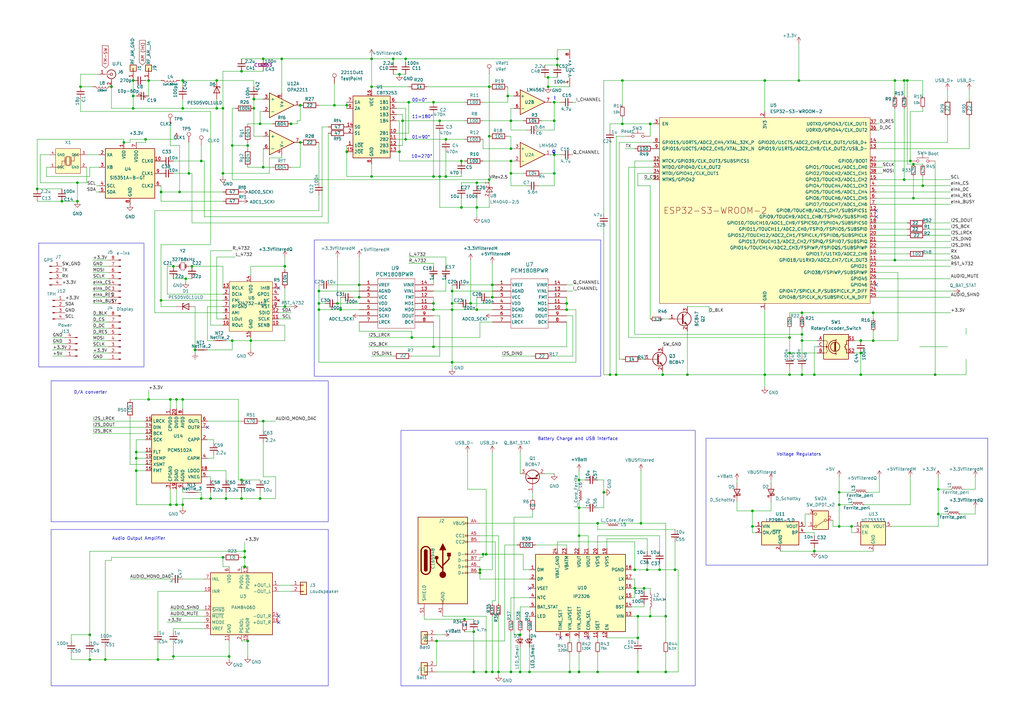
<source format=kicad_sch>
(kicad_sch (version 20250114) (generator "eeschema") (generator_version "9.0")
  (paper "A3")
  (rectangle (start 128.905 98.425) (end 246.38 154.305))
  (rectangle (start 15.875 99.695) (end 59.055 150.495))
  (rectangle (start 289.56 179.705) (end 405.13 231.775))
  (rectangle (start 20.955 217.17) (end 134.62 281.305))
  (rectangle (start 164.465 176.53) (end 285.115 281.305))
  (rectangle (start 20.955 156.21) (end 134.62 213.995))
  (text "00=0°" (at 168.91 41.91 0) (effects (font (size 1.27 1.27)) (justify left bottom)))
  (text "Audio Output Amplifier" (at 56.896 220.98 0) (effects (font (size 1.27 1.27))))
  (text "Voltage Regulators\n" (at 327.66 186.436 0) (effects (font (size 1.27 1.27))))
  (text "D/A converter\n" (at 37.084 161.036 0) (effects (font (size 1.27 1.27))))
  (text "10=270°" (at 168.656 65.024 0) (effects (font (size 1.27 1.27) (thickness 0.1588)) (justify left bottom)))
  (text "11=180°" (at 168.91 48.768 0) (effects (font (size 1.27 1.27) (thickness 0.1588)) (justify left bottom)))
  (text "I" (at 227.076 41.148 0) (effects (font (size 1.27 1.27) (thickness 0.254) (bold yes)) (justify left bottom)))
  (text "01=90°" (at 168.91 57.15 0) (effects (font (size 1.27 1.27)) (justify left bottom)))
  (text "Battery Charge and USB interface" (at 236.982 180.086 0) (effects (font (size 1.27 1.27))))
  (text "Q" (at 226.314 63.246 0) (effects (font (size 1.27 1.27) (thickness 0.254) (bold yes)) (justify left bottom)))
  (junction (at 260.35 241.3))
  (junction (at 161.29 24.13))
  (junction (at 328.93 128.27))
  (junction (at 179.07 262.89))
  (junction (at 185.42 124.46))
  (junction (at 209.55 275.59))
  (junction (at 54.61 39.37))
  (junction (at 163.83 62.23))
  (junction (at 374.65 67.31))
  (junction (at 276.86 233.68))
  (junction (at 130.81 124.46))
  (junction (at 185.42 127))
  (junction (at 266.7 252.73))
  (junction (at 195.58 74.93))
  (junction (at 82.55 66.04))
  (junction (at 196.85 234.95))
  (junction (at 74.93 207.01))
  (junction (at 189.23 85.09))
  (junction (at 95.25 59.69))
  (junction (at 378.46 76.2))
  (junction (at 370.84 33.02))
  (junction (at 77.47 71.12))
  (junction (at 383.54 153.67))
  (junction (at 199.39 227.33))
  (junction (at 115.57 24.13))
  (junction (at 60.96 163.83))
  (junction (at 137.16 43.18))
  (junction (at 177.8 124.46))
  (junction (at 104.14 40.64))
  (junction (at 200.66 55.88))
  (junction (at 328.93 139.7))
  (junction (at 116.84 125.73))
  (junction (at 74.93 44.45))
  (junction (at 166.37 57.15))
  (junction (at 323.85 138.43))
  (junction (at 102.87 139.7))
  (junction (at 99.06 204.47))
  (junction (at 367.03 106.68))
  (junction (at 71.12 109.22))
  (junction (at 91.44 44.45))
  (junction (at 227.33 71.12))
  (junction (at 142.24 43.18))
  (junction (at 264.16 241.3))
  (junction (at 344.17 215.9))
  (junction (at 261.62 261.62))
  (junction (at 138.43 124.46))
  (junction (at 198.12 227.33))
  (junction (at 195.58 85.09))
  (junction (at 185.42 148.59))
  (junction (at 88.9 44.45))
  (junction (at 72.39 163.83))
  (junction (at 45.72 35.56))
  (junction (at 255.27 33.02))
  (junction (at 328.93 137.16))
  (junction (at 327.66 33.02))
  (junction (at 25.4 82.55))
  (junction (at 130.81 119.38))
  (junction (at 227.33 41.91))
  (junction (at 177.8 127))
  (junction (at 54.61 44.45))
  (junction (at 64.77 270.51))
  (junction (at 130.81 127))
  (junction (at 82.55 204.47))
  (junction (at 313.69 33.02))
  (junction (at 66.04 78.74))
  (junction (at 74.93 33.02))
  (junction (at 252.73 153.67))
  (junction (at 142.24 62.23))
  (junction (at 54.61 33.02))
  (junction (at 107.95 24.13))
  (junction (at 374.65 81.28))
  (junction (at 228.6 24.13))
  (junction (at 180.34 49.53))
  (junction (at 353.06 153.67))
  (junction (at 116.84 109.22))
  (junction (at 73.66 78.74))
  (junction (at 66.04 123.19))
  (junction (at 93.98 269.24))
  (junction (at 204.47 275.59))
  (junction (at 201.93 121.92))
  (junction (at 323.85 153.67))
  (junction (at 228.6 26.67))
  (junction (at 261.62 252.73))
  (junction (at 177.8 41.91))
  (junction (at 201.93 116.84))
  (junction (at 80.01 143.51))
  (junction (at 123.19 43.18))
  (junction (at 265.43 233.68))
  (junction (at 373.38 66.04))
  (junction (at 323.85 144.78))
  (junction (at 185.42 119.38))
  (junction (at 123.19 58.42))
  (junction (at 166.37 24.13))
  (junction (at 237.49 275.59))
  (junction (at 308.61 215.9))
  (junction (at 262.89 214.63))
  (junction (at 193.04 124.46))
  (junction (at 209.55 66.04))
  (junction (at 92.71 204.47))
  (junction (at 177.8 142.24))
  (junction (at 119.38 50.8))
  (junction (at 281.94 153.67))
  (junction (at 245.11 275.59))
  (junction (at 308.61 209.55))
  (junction (at 334.01 226.06))
  (junction (at 209.55 60.96))
  (junction (at 55.88 187.96))
  (junction (at 200.66 73.66))
  (junction (at 163.83 30.48))
  (junction (at 260.35 233.68))
  (junction (at 194.31 275.59))
  (junction (at 227.33 49.53))
  (junction (at 190.5 254))
  (junction (at 217.17 275.59))
  (junction (at 100.33 228.6))
  (junction (at 101.6 262.89))
  (junction (at 358.14 128.27))
  (junction (at 353.06 144.78))
  (junction (at 182.88 57.15))
  (junction (at 91.44 71.12))
  (junction (at 95.25 139.7))
  (junction (at 227.33 63.5))
  (junction (at 147.32 116.84))
  (junction (at 69.85 207.01))
  (junction (at 367.03 33.02))
  (junction (at 209.55 49.53))
  (junction (at 107.95 68.58))
  (junction (at 213.36 275.59))
  (junction (at 165.1 49.53))
  (junction (at 233.68 275.59))
  (junction (at 91.44 228.6))
  (junction (at 266.7 50.8))
  (junction (at 59.69 57.15))
  (junction (at 213.36 260.35))
  (junction (at 31.75 82.55))
  (junction (at 168.91 138.43))
  (junction (at 15.24 77.47))
  (junction (at 167.64 41.91))
  (junction (at 43.18 270.51))
  (junction (at 195.58 127))
  (junction (at 224.79 31.75))
  (junction (at 209.55 71.12))
  (junction (at 313.69 153.67))
  (junction (at 106.68 204.47))
  (junction (at 208.28 39.37))
  (junction (at 104.14 44.45))
  (junction (at 69.85 163.83))
  (junction (at 344.17 201.93))
  (junction (at 100.33 226.06))
  (junction (at 76.2 114.3))
  (junction (at 245.11 214.63))
  (junction (at 273.05 252.73))
  (junction (at 273.05 275.59))
  (junction (at 31.75 74.93))
  (junction (at 33.02 35.56))
  (junction (at 99.06 196.85))
  (junction (at 194.31 259.08))
  (junction (at 344.17 207.01))
  (junction (at 334.01 153.67))
  (junction (at 255.27 50.8))
  (junction (at 55.88 185.42))
  (junction (at 271.78 153.67))
  (junction (at 370.84 73.66))
  (junction (at 189.23 66.04))
  (junction (at 74.93 163.83))
  (junction (at 384.81 210.82))
  (junction (at 182.88 72.39))
  (junction (at 250.19 153.67))
  (junction (at 88.9 33.02))
  (junction (at 261.62 275.59))
  (junction (at 200.66 35.56))
  (junction (at 237.49 208.28))
  (junction (at 224.79 35.56))
  (junction (at 270.51 233.68))
  (junction (at 237.49 219.71))
  (junction (at 199.39 275.59))
  (junction (at 107.95 172.72))
  (junction (at 60.96 33.02))
  (junction (at 328.93 153.67))
  (junction (at 152.4 72.39))
  (junction (at 201.93 275.59))
  (junction (at 358.14 139.7))
  (junction (at 55.88 193.04))
  (junction (at 101.6 59.69))
  (junction (at 152.4 35.56))
  (junction (at 232.41 127))
  (junction (at 71.12 269.24))
  (junction (at 78.74 109.22))
  (junction (at 353.06 139.7))
  (junction (at 50.8 58.42))
  (junction (at 147.32 121.92))
  (junction (at 100.33 232.41))
  (junction (at 86.36 204.47))
  (junction (at 152.4 24.13))
  (junction (at 384.81 200.66))
  (junction (at 232.41 124.46))
  (junction (at 349.25 215.9))
  (junction (at 36.83 260.35))
  (junction (at 72.39 207.01))
  (junction (at 196.85 233.68))
  (junction (at 139.7 127))
  (junction (at 247.65 201.93))
  (junction (at 99.06 29.21))
  (junction (at 106.68 50.8))
  (junction (at 372.11 33.02))
  (junction (at 180.34 72.39))
  (junction (at 237.49 196.85))
  (junction (at 177.8 72.39))
  (junction (at 36.83 270.51))
  (no_connect (at 217.17 241.3))
  (no_connect (at 359.41 86.36))
  (no_connect (at 359.41 88.9))
  (no_connect (at 359.41 116.84))
  (no_connect (at 114.3 118.11))
  (no_connect (at 241.3 261.62))
  (no_connect (at 85.09 175.26))
  (no_connect (at 114.3 252.73))
  (no_connect (at 114.3 255.27))
  (no_connect (at 229.87 261.62))
  (wire (pts (xy 104.14 55.88) (xy 104.14 44.45)))
  (wire (pts (xy 45.72 44.45) (xy 54.61 44.45)))
  (wire (pts (xy 73.66 78.74) (xy 91.44 78.74)))
  (wire (pts (xy 50.8 57.15) (xy 50.8 58.42)))
  (wire (pts (xy 92.71 139.7) (xy 95.25 139.7)))
  (wire (pts (xy 384.81 210.82) (xy 388.62 210.82)))
  (wire (pts (xy 213.36 254) (xy 213.36 248.92)))
  (wire (pts (xy 281.94 153.67) (xy 313.69 153.67)))
  (wire (pts (xy 167.64 41.91) (xy 162.56 41.91)))
  (wire (pts (xy 116.84 133.35) (xy 116.84 139.7)))
  (wire (pts (xy 200.66 81.28) (xy 200.66 85.09)))
  (wire (pts (xy 237.49 275.59) (xy 245.11 275.59)))
  (wire (pts (xy 359.41 66.04) (xy 373.38 66.04)))
  (wire (pts (xy 71.12 71.12) (xy 77.47 71.12)))
  (wire (pts (xy 137.16 34.29) (xy 137.16 43.18)))
  (wire (pts (xy 15.24 57.15) (xy 50.8 57.15)))
  (wire (pts (xy 152.4 146.05) (xy 161.29 146.05)))
  (wire (pts (xy 209.55 55.88) (xy 209.55 60.96)))
  (wire (pts (xy 234.95 116.84) (xy 232.41 116.84)))
  (wire (pts (xy 266.7 252.73) (xy 273.05 252.73)))
  (wire (pts (xy 370.84 33.02) (xy 372.11 33.02)))
  (wire (pts (xy 255.27 48.26) (xy 255.27 50.8)))
  (wire (pts (xy 76.2 114.3) (xy 78.74 114.3)))
  (wire (pts (xy 15.24 77.47) (xy 15.24 57.15)))
  (wire (pts (xy 208.28 55.88) (xy 209.55 55.88)))
  (wire (pts (xy 220.98 53.34) (xy 227.33 53.34)))
  (wire (pts (xy 308.61 215.9) (xy 309.88 215.9)))
  (wire (pts (xy 330.2 218.44) (xy 334.01 218.44)))
  (wire (pts (xy 166.37 44.45) (xy 162.56 44.45)))
  (wire (pts (xy 374.65 67.31) (xy 372.11 67.31)))
  (wire (pts (xy 265.43 231.14) (xy 265.43 233.68)))
  (wire (pts (xy 257.81 138.43) (xy 323.85 138.43)))
  (wire (pts (xy 397.51 60.96) (xy 397.51 48.26)))
  (wire (pts (xy 66.04 100.33) (xy 66.04 123.19)))
  (wire (pts (xy 95.25 59.69) (xy 101.6 59.69)))
  (wire (pts (xy 313.69 33.02) (xy 313.69 45.72)))
  (wire (pts (xy 76.2 114.3) (xy 76.2 115.57)))
  (wire (pts (xy 195.58 74.93) (xy 200.66 74.93)))
  (wire (pts (xy 83.82 66.04) (xy 83.82 88.9)))
  (wire (pts (xy 99.06 204.47) (xy 92.71 204.47)))
  (wire (pts (xy 344.17 215.9) (xy 349.25 215.9)))
  (wire (pts (xy 77.47 71.12) (xy 78.74 71.12)))
  (wire (pts (xy 60.96 163.83) (xy 69.85 163.83)))
  (wire (pts (xy 359.41 78.74) (xy 389.89 78.74)))
  (wire (pts (xy 207.01 223.52) (xy 212.09 223.52)))
  (wire (pts (xy 107.95 68.58) (xy 111.76 68.58)))
  (wire (pts (xy 38.1 177.8) (xy 59.69 177.8)))
  (wire (pts (xy 182.88 57.15) (xy 190.5 57.15)))
  (wire (pts (xy 134.62 54.61) (xy 134.62 91.44)))
  (wire (pts (xy 21.59 143.51) (xy 26.67 143.51)))
  (wire (pts (xy 118.11 50.8) (xy 119.38 50.8)))
  (wire (pts (xy 35.56 63.5) (xy 40.64 63.5)))
  (wire (pts (xy 328.93 134.62) (xy 328.93 137.16)))
  (wire (pts (xy 55.88 187.96) (xy 59.69 187.96)))
  (wire (pts (xy 373.38 207.01) (xy 373.38 195.58)))
  (wire (pts (xy 38.1 106.68) (xy 44.45 106.68)))
  (wire (pts (xy 334.01 153.67) (xy 353.06 153.67)))
  (wire (pts (xy 71.12 109.22) (xy 68.58 109.22)))
  (wire (pts (xy 204.47 252.73) (xy 204.47 275.59)))
  (wire (pts (xy 73.66 59.69) (xy 73.66 78.74)))
  (wire (pts (xy 308.61 218.44) (xy 308.61 215.9)))
  (wire (pts (xy 281.94 135.89) (xy 281.94 153.67)))
  (wire (pts (xy 91.44 109.22) (xy 91.44 118.11)))
  (wire (pts (xy 377.19 142.24) (xy 388.62 142.24)))
  (wire (pts (xy 38.1 132.08) (xy 44.45 132.08)))
  (wire (pts (xy 91.44 232.41) (xy 93.98 232.41)))
  (wire (pts (xy 107.95 181.61) (xy 107.95 195.58)))
  (wire (pts (xy 92.71 193.04) (xy 92.71 196.85)))
  (wire (pts (xy 71.12 109.22) (xy 72.39 109.22)))
  (wire (pts (xy 21.59 146.05) (xy 26.67 146.05)))
  (wire (pts (xy 87.63 186.69) (xy 87.63 187.96)))
  (wire (pts (xy 359.41 114.3) (xy 389.89 114.3)))
  (wire (pts (xy 116.84 133.35) (xy 114.3 133.35)))
  (wire (pts (xy 213.36 259.08) (xy 213.36 260.35)))
  (wire (pts (xy 177.8 142.24) (xy 232.41 142.24)))
  (wire (pts (xy 33.02 45.72) (xy 33.02 40.64)))
  (wire (pts (xy 64.77 242.57) (xy 64.77 259.08)))
  (wire (pts (xy 201.93 127) (xy 195.58 127)))
  (wire (pts (xy 163.83 66.04) (xy 189.23 66.04)))
  (wire (pts (xy 334.01 226.06) (xy 320.04 226.06)))
  (wire (pts (xy 68.58 109.22) (xy 68.58 120.65)))
  (wire (pts (xy 270.51 233.68) (xy 276.86 233.68)))
  (wire (pts (xy 66.04 82.55) (xy 66.04 78.74)))
  (wire (pts (xy 38.1 121.92) (xy 44.45 121.92)))
  (wire (pts (xy 237.49 196.85) (xy 237.49 200.66)))
  (wire (pts (xy 316.23 196.85) (xy 316.23 198.12)))
  (wire (pts (xy 165.1 59.69) (xy 165.1 49.53)))
  (wire (pts (xy 54.61 39.37) (xy 54.61 44.45)))
  (wire (pts (xy 328.93 128.27) (xy 328.93 129.54)))
  (wire (pts (xy 115.57 24.13) (xy 152.4 24.13)))
  (wire (pts (xy 203.2 222.25) (xy 203.2 246.38)))
  (wire (pts (xy 372.11 33.02) (xy 378.46 33.02)))
  (wire (pts (xy 323.85 151.13) (xy 323.85 153.67)))
  (wire (pts (xy 267.97 58.42) (xy 254 58.42)))
  (wire (pts (xy 247.65 201.93) (xy 247.65 196.85)))
  (wire (pts (xy 209.55 71.12) (xy 214.63 71.12)))
  (wire (pts (xy 396.24 147.32) (xy 396.24 153.67)))
  (wire (pts (xy 168.91 146.05) (xy 180.34 146.05)))
  (wire (pts (xy 195.58 76.2) (xy 195.58 74.93)))
  (wire (pts (xy 193.04 124.46) (xy 201.93 124.46)))
  (wire (pts (xy 196.85 214.63) (xy 245.11 214.63)))
  (wire (pts (xy 241.3 224.79) (xy 241.3 219.71)))
  (wire (pts (xy 38.1 119.38) (xy 44.45 119.38)))
  (wire (pts (xy 198.12 60.96) (xy 209.55 60.96)))
  (wire (pts (xy 261.62 261.62) (xy 261.62 262.89)))
  (wire (pts (xy 260.35 137.16) (xy 328.93 137.16)))
  (wire (pts (xy 100.33 232.41) (xy 101.6 232.41)))
  (wire (pts (xy 350.52 139.7) (xy 353.06 139.7)))
  (wire (pts (xy 53.34 163.83) (xy 60.96 163.83)))
  (wire (pts (xy 264.16 241.3) (xy 266.7 241.3)))
  (wire (pts (xy 95.25 44.45) (xy 95.25 59.69)))
  (wire (pts (xy 38.1 139.7) (xy 44.45 139.7)))
  (wire (pts (xy 59.69 57.15) (xy 72.39 57.15)))
  (wire (pts (xy 209.55 245.11) (xy 217.17 245.11)))
  (wire (pts (xy 400.05 195.58) (xy 400.05 200.66)))
  (wire (pts (xy 313.69 127) (xy 313.69 153.67)))
  (wire (pts (xy 88.9 44.45) (xy 91.44 44.45)))
  (wire (pts (xy 38.1 129.54) (xy 44.45 129.54)))
  (wire (pts (xy 262.89 214.63) (xy 273.05 214.63)))
  (wire (pts (xy 245.11 208.28) (xy 247.65 208.28)))
  (wire (pts (xy 248.92 224.79) (xy 248.92 220.98)))
  (wire (pts (xy 95.25 59.69) (xy 95.25 73.66)))
  (wire (pts (xy 165.1 49.53) (xy 180.34 49.53)))
  (wire (pts (xy 21.59 140.97) (xy 26.67 140.97)))
  (wire (pts (xy 60.96 33.02) (xy 66.04 33.02)))
  (wire (pts (xy 353.06 139.7) (xy 358.14 139.7)))
  (wire (pts (xy 82.55 59.69) (xy 82.55 66.04)))
  (wire (pts (xy 130.81 124.46) (xy 133.35 124.46)))
  (wire (pts (xy 100.33 228.6) (xy 100.33 232.41)))
  (wire (pts (xy 72.39 163.83) (xy 74.93 163.83)))
  (wire (pts (xy 161.29 24.13) (xy 161.29 25.4)))
  (wire (pts (xy 273.05 267.97) (xy 273.05 275.59)))
  (wire (pts (xy 209.55 275.59) (xy 213.36 275.59)))
  (wire (pts (xy 359.41 53.34) (xy 360.68 53.34)))
  (wire (pts (xy 38.1 142.24) (xy 44.45 142.24)))
  (wire (pts (xy 266.7 250.19) (xy 266.7 252.73)))
  (wire (pts (xy 189.23 71.12) (xy 189.23 72.39)))
  (wire (pts (xy 302.26 209.55) (xy 308.61 209.55)))
  (wire (pts (xy 232.41 124.46) (xy 232.41 127)))
  (wire (pts (xy 195.58 81.28) (xy 195.58 85.09)))
  (wire (pts (xy 55.88 185.42) (xy 59.69 185.42)))
  (wire (pts (xy 74.93 33.02) (xy 88.9 33.02)))
  (wire (pts (xy 33.02 35.56) (xy 38.1 35.56)))
  (wire (pts (xy 217.17 265.43) (xy 217.17 275.59)))
  (wire (pts (xy 104.14 44.45) (xy 104.14 40.64)))
  (wire (pts (xy 177.8 132.08) (xy 177.8 142.24)))
  (wire (pts (xy 147.32 105.41) (xy 147.32 116.84)))
  (wire (pts (xy 349.25 218.44) (xy 349.25 215.9)))
  (wire (pts (xy 69.85 59.69) (xy 73.66 59.69)))
  (wire (pts (xy 25.4 77.47) (xy 15.24 77.47)))
  (wire (pts (xy 97.79 196.85) (xy 99.06 196.85)))
  (wire (pts (xy 209.55 53.34) (xy 209.55 49.53)))
  (wire (pts (xy 72.39 167.64) (xy 72.39 163.83)))
  (wire (pts (xy 114.3 242.57) (xy 119.38 242.57)))
  (wire (pts (xy 328.93 128.27) (xy 358.14 128.27)))
  (wire (pts (xy 130.81 148.59) (xy 185.42 148.59)))
  (wire (pts (xy 83.82 88.9) (xy 132.08 88.9)))
  (wire (pts (xy 367.03 33.02) (xy 367.03 39.37)))
  (wire (pts (xy 359.41 106.68) (xy 367.03 106.68)))
  (wire (pts (xy 344.17 201.93) (xy 344.17 207.01)))
  (wire (pts (xy 190.5 116.84) (xy 201.93 116.84)))
  (wire (pts (xy 63.5 128.27) (xy 91.44 128.27)))
  (wire (pts (xy 384.81 200.66) (xy 384.81 210.82)))
  (wire (pts (xy 152.4 35.56) (xy 152.4 36.83)))
  (wire (pts (xy 177.8 107.95) (xy 177.8 109.22)))
  (wire (pts (xy 107.95 60.96) (xy 107.95 68.58)))
  (wire (pts (xy 260.35 245.11) (xy 259.08 245.11)))
  (wire (pts (xy 55.88 193.04) (xy 55.88 207.01)))
  (wire (pts (xy 130.81 124.46) (xy 130.81 127)))
  (wire (pts (xy 88.9 33.02) (xy 88.9 34.29)))
  (wire (pts (xy 355.6 201.93) (xy 360.68 201.93)))
  (wire (pts (xy 78.74 91.44) (xy 134.62 91.44)))
  (wire (pts (xy 201.93 116.84) (xy 201.93 121.92)))
  (wire (pts (xy 31.75 74.93) (xy 31.75 82.55)))
  (wire (pts (xy 217.17 233.68) (xy 214.63 233.68)))
  (wire (pts (xy 101.6 60.96) (xy 101.6 59.69)))
  (wire (pts (xy 95.25 73.66) (xy 200.66 73.66)))
  (wire (pts (xy 237.49 267.97) (xy 237.49 275.59)))
  (wire (pts (xy 85.09 193.04) (xy 92.71 193.04)))
  (wire (pts (xy 370.84 73.66) (xy 389.89 73.66)))
  (wire (pts (xy 400.05 210.82) (xy 393.7 210.82)))
  (wire (pts (xy 162.56 57.15) (xy 166.37 57.15)))
  (wire (pts (xy 199.39 200.66) (xy 199.39 227.33)))
  (wire (pts (xy 107.95 55.88) (xy 104.14 55.88)))
  (wire (pts (xy 359.41 50.8) (xy 360.68 50.8)))
  (wire (pts (xy 229.87 63.5) (xy 227.33 63.5)))
  (wire (pts (xy 308.61 215.9) (xy 308.61 209.55)))
  (wire (pts (xy 370.84 33.02) (xy 370.84 39.37)))
  (wire (pts (xy 260.35 137.16) (xy 260.35 66.04)))
  (wire (pts (xy 29.21 267.97) (xy 29.21 270.51)))
  (wire (pts (xy 130.81 119.38) (xy 130.81 124.46)))
  (wire (pts (xy 359.41 73.66) (xy 370.84 73.66)))
  (wire (pts (xy 378.46 45.72) (xy 378.46 44.45)))
  (wire (pts (xy 119.38 128.27) (xy 114.3 128.27)))
  (wire (pts (xy 135.89 116.84) (xy 147.32 116.84)))
  (wire (pts (xy 175.26 35.56) (xy 200.66 35.56)))
  (wire (pts (xy 201.93 246.38) (xy 203.2 246.38)))
  (wire (pts (xy 199.39 252.73) (xy 199.39 275.59)))
  (wire (pts (xy 204.47 275.59) (xy 209.55 275.59)))
  (wire (pts (xy 227.33 41.91) (xy 227.33 49.53)))
  (wire (pts (xy 323.85 134.62) (xy 323.85 138.43)))
  (wire (pts (xy 358.14 139.7) (xy 368.3 139.7)))
  (wire (pts (xy 134.62 52.07) (xy 132.08 52.07)))
  (wire (pts (xy 209.55 245.11) (xy 209.55 254)))
  (wire (pts (xy 323.85 128.27) (xy 328.93 128.27)))
  (wire (pts (xy 368.3 139.7) (xy 368.3 111.76)))
  (wire (pts (xy 247.65 208.28) (xy 247.65 201.93)))
  (wire (pts (xy 91.44 29.21) (xy 99.06 29.21)))
  (wire (pts (xy 106.68 50.8) (xy 101.6 50.8)))
  (wire (pts (xy 198.12 41.91) (xy 208.28 41.91)))
  (wire (pts (xy 199.39 252.73) (xy 181.61 252.73)))
  (wire (pts (xy 107.95 195.58) (xy 113.03 195.58)))
  (wire (pts (xy 210.82 260.35) (xy 213.36 260.35)))
  (wire (pts (xy 130.81 116.84) (xy 130.81 119.38)))
  (wire (pts (xy 209.55 44.45) (xy 209.55 49.53)))
  (wire (pts (xy 261.62 252.73) (xy 266.7 252.73)))
  (wire (pts (xy 273.05 252.73) (xy 273.05 262.89)))
  (wire (pts (xy 99.06 201.93) (xy 99.06 204.47)))
  (wire (pts (xy 53.34 57.15) (xy 59.69 57.15)))
  (wire (pts (xy 16.51 74.93) (xy 31.75 74.93)))
  (wire (pts (xy 69.85 163.83) (xy 69.85 167.64)))
  (wire (pts (xy 323.85 144.78) (xy 323.85 146.05)))
  (wire (pts (xy 359.41 101.6) (xy 389.89 101.6)))
  (wire (pts (xy 74.93 163.83) (xy 97.79 163.83)))
  (wire (pts (xy 223.52 31.75) (xy 224.79 31.75)))
  (wire (pts (xy 107.95 24.13) (xy 115.57 24.13)))
  (wire (pts (xy 55.88 58.42) (xy 59.69 58.42)))
  (wire (pts (xy 54.61 44.45) (xy 74.93 44.45)))
  (wire (pts (xy 165.1 49.53) (xy 165.1 46.99)))
  (wire (pts (xy 196.85 234.95) (xy 196.85 237.49)))
  (wire (pts (xy 316.23 205.74) (xy 316.23 209.55)))
  (wire (pts (xy 359.41 96.52) (xy 372.11 96.52)))
  (wire (pts (xy 200.66 85.09) (xy 195.58 85.09)))
  (wire (pts (xy 254 147.32) (xy 255.27 147.32)))
  (wire (pts (xy 359.41 119.38) (xy 391.16 119.38)))
  (wire (pts (xy 182.88 114.3) (xy 182.88 119.38)))
  (wire (pts (xy 86.36 45.72) (xy 86.36 100.33)))
  (wire (pts (xy 378.46 76.2) (xy 389.89 76.2)))
  (wire (pts (xy 130.81 43.18) (xy 137.16 43.18)))
  (wire (pts (xy 232.41 127) (xy 236.22 127)))
  (wire (pts (xy 281.94 125.73) (xy 290.83 125.73)))
  (wire (pts (xy 185.42 124.46) (xy 185.42 127)))
  (wire (pts (xy 177.8 114.3) (xy 177.8 116.84)))
  (wire (pts (xy 95.25 143.51) (xy 95.25 139.7)))
  (wire (pts (xy 257.81 68.58) (xy 267.97 68.58)))
  (wire (pts (xy 16.51 63.5) (xy 16.51 74.93)))
  (wire (pts (xy 201.93 246.38) (xy 201.93 247.65)))
  (wire (pts (xy 397.51 36.83) (xy 397.51 40.64)))
  (wire (pts (xy 330.2 215.9) (xy 330.2 210.82)))
  (wire (pts (xy 261.62 76.2) (xy 261.62 71.12)))
  (wire (pts (xy 359.41 93.98) (xy 372.11 93.98)))
  (wire (pts (xy 116.84 118.11) (xy 116.84 125.73)))
  (wire (pts (xy 374.65 81.28) (xy 389.89 81.28)))
  (wire (pts (xy 226.06 63.5) (xy 227.33 63.5)))
  (wire (pts (xy 198.12 66.04) (xy 209.55 66.04)))
  (wire (pts (xy 200.66 30.48) (xy 200.66 35.56)))
  (wire (pts (xy 228.6 224.79) (xy 228.6 222.25)))
  (wire (pts (xy 358.14 135.89) (xy 358.14 139.7)))
  (wire (pts (xy 262.89 193.04) (xy 262.89 214.63)))
  (wire (pts (xy 196.85 228.6) (xy 198.12 228.6)))
  (wire (pts (xy 101.6 58.42) (xy 101.6 59.69)))
  (wire (pts (xy 198.12 49.53) (xy 209.55 49.53)))
  (wire (pts (xy 350.52 144.78) (xy 353.06 144.78)))
  (wire (pts (xy 248.92 261.62) (xy 261.62 261.62)))
  (wire (pts (xy 151.13 138.43) (xy 168.91 138.43)))
  (wire (pts (xy 93.98 262.89) (xy 93.98 269.24)))
  (wire (pts (xy 359.41 104.14) (xy 372.11 104.14)))
  (wire (pts (xy 266.7 130.81) (xy 266.7 76.2)))
  (wire (pts (xy 223.52 26.67) (xy 228.6 26.67)))
  (wire (pts (xy 119.38 50.8) (xy 121.92 50.8)))
  (wire (pts (xy 264.16 248.92) (xy 259.08 248.92)))
  (wire (pts (xy 349.25 215.9) (xy 350.52 215.9)))
  (wire (pts (xy 182.88 72.39) (xy 189.23 72.39)))
  (wire (pts (xy 323.85 129.54) (xy 323.85 128.27)))
  (wire (pts (xy 271.78 153.67) (xy 281.94 153.67)))
  (wire (pts (xy 115.57 64.77) (xy 110.49 64.77)))
  (wire (pts (xy 316.23 209.55) (xy 308.61 209.55)))
  (wire (pts (xy 152.4 67.31) (xy 152.4 72.39)))
  (wire (pts (xy 91.44 29.21) (xy 91.44 44.45)))
  (wire (pts (xy 152.4 24.13) (xy 152.4 35.56)))
  (wire (pts (xy 378.46 45.72) (xy 373.38 45.72)))
  (wire (pts (xy 273.05 214.63) (xy 273.05 252.73)))
  (wire (pts (xy 59.69 190.5) (xy 53.34 190.5)))
  (wire (pts (xy 21.59 138.43) (xy 26.67 138.43)))
  (wire (pts (xy 276.86 217.17) (xy 245.11 217.17)))
  (wire (pts (xy 55.88 193.04) (xy 59.69 193.04)))
  (wire (pts (xy 162.56 54.61) (xy 167.64 54.61)))
  (wire (pts (xy 71.12 114.3) (xy 76.2 114.3)))
  (wire (pts (xy 102.87 109.22) (xy 102.87 113.03)))
  (wire (pts (xy 209.55 49.53) (xy 214.63 49.53)))
  (wire (pts (xy 139.7 127) (xy 147.32 127)))
  (wire (pts (xy 69.85 200.66) (xy 69.85 207.01)))
  (wire (pts (xy 237.49 261.62) (xy 237.49 262.89)))
  (wire (pts (xy 264.16 241.3) (xy 264.16 242.57)))
  (wire (pts (xy 232.41 224.79) (xy 232.41 223.52)))
  (wire (pts (xy 177.8 127) (xy 185.42 127)))
  (wire (pts (xy 165.1 46.99) (xy 162.56 46.99)))
  (wire (pts (xy 265.43 233.68) (xy 270.51 233.68)))
  (wire (pts (xy 86.36 195.58) (xy 86.36 196.85)))
  (wire (pts (xy 161.29 30.48) (xy 163.83 30.48)))
  (wire (pts (xy 72.39 125.73) (xy 66.04 125.73)))
  (wire (pts (xy 95.25 44.45) (xy 96.52 44.45)))
  (wire (pts (xy 218.44 201.93) (xy 218.44 204.47)))
  (wire (pts (xy 237.49 208.28) (xy 240.03 208.28)))
  (wire (pts (xy 196.85 233.68) (xy 196.85 234.95)))
  (wire (pts (xy 260.35 66.04) (xy 267.97 66.04)))
  (wire (pts (xy 245.11 217.17) (xy 245.11 214.63)))
  (wire (pts (xy 252.73 153.67) (xy 271.78 153.67)))
  (wire (pts (xy 82.55 204.47) (xy 74.93 204.47)))
  (wire (pts (xy 179.07 260.35) (xy 181.61 260.35)))
  (wire (pts (xy 200.66 74.93) (xy 200.66 73.66)))
  (wire (pts (xy 189.23 85.09) (xy 195.58 85.09)))
  (wire (pts (xy 203.2 222.25) (xy 196.85 222.25)))
  (wire (pts (xy 100.33 222.25) (xy 100.33 226.06)))
  (wire (pts (xy 228.6 20.32) (xy 228.6 24.13)))
  (wire (pts (xy 185.42 148.59) (xy 236.22 148.59)))
  (wire (pts (xy 359.41 71.12) (xy 361.95 71.12)))
  (wire (pts (xy 31.75 74.93) (xy 35.56 74.93)))
  (wire (pts (xy 71.12 269.24) (xy 93.98 269.24)))
  (wire (pts (xy 167.64 54.61) (xy 167.64 41.91)))
  (wire (pts (xy 173.99 254) (xy 190.5 254)))
  (wire (pts (xy 74.93 33.02) (xy 74.93 35.56)))
  (wire (pts (xy 80.01 143.51) (xy 80.01 144.78)))
  (wire (pts (xy 161.29 24.13) (xy 166.37 24.13)))
  (wire (pts (xy 36.83 270.51) (xy 43.18 270.51)))
  (wire (pts (xy 95.25 139.7) (xy 102.87 139.7)))
  (wire (pts (xy 45.72 228.6) (xy 91.44 228.6)))
  (wire (pts (xy 255.27 33.02) (xy 255.27 43.18)))
  (wire (pts (xy 201.93 233.68) (xy 196.85 233.68)))
  (wire (pts (xy 232.41 119.38) (xy 234.95 119.38)))
  (wire (pts (xy 82.55 66.04) (xy 83.82 66.04)))
  (wire (pts (xy 359.41 68.58) (xy 361.95 68.58)))
  (wire (pts (xy 87.63 187.96) (xy 85.09 187.96)))
  (wire (pts (xy 99.06 232.41) (xy 100.33 232.41)))
  (wire (pts (xy 271.78 130.81) (xy 274.32 130.81)))
  (wire (pts (xy 130.81 119.38) (xy 147.32 119.38)))
  (wire (pts (xy 115.57 63.5) (xy 115.57 64.77)))
  (wire (pts (xy 162.56 62.23) (xy 163.83 62.23)))
  (wire (pts (xy 121.92 50.8) (xy 121.92 49.53)))
  (wire (pts (xy 255.27 33.02) (xy 313.69 33.02)))
  (wire (pts (xy 327.66 17.78) (xy 327.66 33.02)))
  (wire (pts (xy 256.54 60.96) (xy 260.35 60.96)))
  (wire (pts (xy 245.11 267.97) (xy 245.11 275.59)))
  (wire (pts (xy 213.36 185.42) (xy 213.36 194.31)))
  (wire (pts (xy 68.58 255.27) (xy 83.82 255.27)))
  (wire (pts (xy 264.16 73.66) (xy 267.97 73.66)))
  (wire (pts (xy 39.37 78.74) (xy 40.64 78.74)))
  (wire (pts (xy 38.1 147.32) (xy 44.45 147.32)))
  (wire (pts (xy 64.77 264.16) (xy 64.77 270.51)))
  (wire (pts (xy 260.35 237.49) (xy 260.35 241.3)))
  (wire (pts (xy 91.44 71.12) (xy 110.49 71.12)))
  (wire (pts (xy 237.49 219.71) (xy 241.3 219.71)))
  (wire (pts (xy 334.01 142.24) (xy 334.01 153.67)))
  (wire (pts (xy 199.39 275.59) (xy 201.93 275.59)))
  (wire (pts (xy 214.63 233.68) (xy 214.63 227.33)))
  (wire (pts (xy 270.51 226.06) (xy 270.51 219.71)))
  (wire (pts (xy 147.32 121.92) (xy 144.78 121.92)))
  (wire (pts (xy 142.24 43.18) (xy 142.24 44.45)))
  (wire (pts (xy 85.09 125.73) (xy 91.44 125.73)))
  (wire (pts (xy 237.49 193.04) (xy 237.49 196.85)))
  (wire (pts (xy 53.34 58.42) (xy 53.34 57.15)))
  (wire (pts (xy 116.84 125.73) (xy 119.38 125.73)))
  (wire (pts (xy 341.63 215.9) (xy 344.17 215.9)))
  (wire (pts (xy 15.24 82.55) (xy 25.4 82.55)))
  (wire (pts (xy 142.24 59.69) (xy 142.24 62.23)))
  (wire (pts (xy 101.6 262.89) (xy 101.6 269.24)))
  (wire (pts (xy 20.32 63.5) (xy 16.51 63.5)))
  (wire (pts (xy 86.36 201.93) (xy 86.36 204.47)))
  (wire (pts (xy 66.04 125.73) (xy 66.04 123.19)))
  (wire (pts (xy 233.68 20.32) (xy 228.6 20.32)))
  (wire (pts (xy 190.5 259.08) (xy 194.31 259.08)))
  (wire (pts (xy 358.14 128.27) (xy 358.14 130.81)))
  (wire (pts (xy 185.42 116.84) (xy 185.42 119.38)))
  (wire (pts (xy 245.11 219.71) (xy 245.11 224.79)))
  (wire (pts (xy 54.61 33.02) (xy 54.61 39.37)))
  (wire (pts (xy 162.56 59.69) (xy 165.1 59.69)))
  (wire (pts (xy 344.17 207.01) (xy 344.17 215.9)))
  (wire (pts (xy 209.55 71.12) (xy 209.55 76.2)))
  (wire (pts (xy 350.52 218.44) (xy 349.25 218.44)))
  (wire (pts (xy 359.41 121.92) (xy 389.89 121.92)))
  (wire (pts (xy 359.41 60.96) (xy 397.51 60.96)))
  (wire (pts (xy 266.7 76.2) (xy 261.62 76.2)))
  (wire (pts (xy 313.69 153.67) (xy 313.69 158.75)))
  (wire (pts (xy 200.66 35.56) (xy 200.66 55.88)))
  (wire (pts (xy 266.7 55.88) (xy 266.7 50.8)))
  (wire (pts (xy 93.98 269.24) (xy 93.98 270.51)))
  (wire (pts (xy 85.09 180.34) (xy 87.63 180.34)))
  (wire (pts (xy 36.83 226.06) (xy 100.33 226.06)))
  (wire (pts (xy 379.73 96.52) (xy 389.89 96.52)))
  (wire (pts (xy 252.73 55.88) (xy 256.54 55.88)))
  (wire (pts (xy 247.65 196.85) (xy 245.11 196.85)))
  (wire (pts (xy 167.64 107.95) (xy 177.8 107.95)))
  (wire (pts (xy 119.38 68.58) (xy 123.19 68.58)))
  (wire (pts (xy 72.39 207.01) (xy 74.93 207.01)))
  (wire (pts (xy 232.41 129.54) (xy 234.95 129.54)))
  (wire (pts (xy 81.28 201.93) (xy 82.55 201.93)))
  (wire (pts (xy 142.24 41.91) (xy 142.24 43.18)))
  (wire (pts (xy 102.87 109.22) (xy 116.84 109.22)))
  (wire (pts (xy 130.81 86.36) (xy 63.5 86.36)))
  (wire (pts (xy 217.17 275.59) (xy 233.68 275.59)))
  (wire (pts (xy 106.68 172.72) (xy 107.95 172.72)))
  (wire (pts (xy 130.81 127) (xy 130.81 148.59)))
  (wire (pts (xy 177.8 119.38) (xy 182.88 119.38)))
  (wire (pts (xy 227.33 76.2) (xy 227.33 71.12)))
  (wire (pts (xy 130.81 58.42) (xy 130.81 74.93)))
  (wire (pts (xy 168.91 138.43) (xy 196.85 138.43)))
  (wire (pts (xy 185.42 127) (xy 185.42 148.59)))
  (wire (pts (xy 247.65 33.02) (xy 247.65 87.63)))
  (wire (pts (xy 69.85 207.01) (xy 72.39 207.01)))
  (wire (pts (xy 185.42 119.38) (xy 185.42 124.46)))
  (wire (pts (xy 107.95 45.72) (xy 106.68 45.72)))
  (wire (pts (xy 38.1 109.22) (xy 44.45 109.22)))
  (wire (pts (xy 328.93 139.7) (xy 335.28 139.7)))
  (wire (pts (xy 259.08 233.68) (xy 260.35 233.68)))
  (wire (pts (xy 247.65 153.67) (xy 250.19 153.67)))
  (wire (pts (xy 55.88 180.34) (xy 55.88 185.42)))
  (wire (pts (xy 85.09 172.72) (xy 99.06 172.72)))
  (wire (pts (xy 196.85 227.33) (xy 198.12 227.33)))
  (wire (pts (xy 372.11 67.31) (xy 372.11 33.02)))
  (wire (pts (xy 200.66 55.88) (xy 200.66 73.66)))
  (wire (pts (xy 189.23 74.93) (xy 195.58 74.93)))
  (wire (pts (xy 104.14 33.02) (xy 104.14 35.56)))
  (wire (pts (xy 327.66 33.02) (xy 367.03 33.02)))
  (wire (pts (xy 367.03 33.02) (xy 370.84 33.02)))
  (wire (pts (xy 384.81 195.58) (xy 384.81 200.66)))
  (wire (pts (xy 99.06 24.13) (xy 107.95 24.13)))
  (wire (pts (xy 209.55 259.08) (xy 209.55 275.59)))
  (wire (pts (xy 255.27 50.8) (xy 250.19 50.8)))
  (wire (pts (xy 248.92 220.98) (xy 265.43 220.98)))
  (wire (pts (xy 252.73 55.88) (xy 252.73 153.67)))
  (wire (pts (xy 163.83 30.48) (xy 166.37 30.48)))
  (wire (pts (xy 261.62 267.97) (xy 261.62 275.59)))
  (wire (pts (xy 232.41 132.08) (xy 232.41 142.24)))
  (wire (pts (xy 236.22 127) (xy 236.22 148.59)))
  (wire (pts (xy 195.58 127) (xy 185.42 127)))
  (wire (pts (xy 193.04 106.68) (xy 193.04 124.46)))
  (wire (pts (xy 19.05 72.39) (xy 36.83 72.39)))
  (wire (pts (xy 247.65 33.02) (xy 255.27 33.02)))
  (wire (pts (xy 232.41 223.52) (xy 219.71 223.52)))
  (wire (pts (xy 237.49 205.74) (xy 237.49 208.28)))
  (wire (pts (xy 358.14 128.27) (xy 389.89 128.27)))
  (wire (pts (xy 152.4 22.86) (xy 152.4 24.13)))
  (wire (pts (xy 265.43 220.98) (xy 265.43 226.06)))
  (wire (pts (xy 189.23 85.09) (xy 180.34 85.09)))
  (wire (pts (xy 38.1 144.78) (xy 44.45 144.78)))
  (wire (pts (xy 74.93 237.49) (xy 83.82 237.49)))
  (wire (pts (xy 87.63 181.61) (xy 87.63 180.34)))
  (wire (pts (xy 233.68 35.56) (xy 224.79 35.56)))
  (wire (pts (xy 360.68 201.93) (xy 360.68 195.58)))
  (wire (pts (xy 106.68 201.93) (xy 106.68 204.47)))
  (wire (pts (xy 91.44 228.6) (xy 91.44 232.41)))
  (wire (pts (xy 74.93 201.93) (xy 76.2 201.93)))
  (wire (pts (xy 86.36 102.87) (xy 95.25 102.87)))
  (wire (pts (xy 91.44 44.45) (xy 91.44 71.12)))
  (wire (pts (xy 330.2 210.82) (xy 331.47 210.82)))
  (wire (pts (xy 245.11 219.71) (xy 270.51 219.71)))
  (wire (pts (xy 179.07 275.59) (xy 194.31 275.59)))
  (wire (pts (xy 191.77 185.42) (xy 191.77 200.66)))
  (wire (pts (xy 367.03 44.45) (xy 367.03 106.68)))
  (wire (pts (xy 36.83 262.89) (xy 36.83 260.35)))
  (wire (pts (xy 353.06 153.67) (xy 383.54 153.67)))
  (wire (pts (xy 213.36 248.92) (xy 217.17 248.92)))
  (wire (pts (xy 25.4 82.55) (xy 31.75 82.55)))
  (wire (pts (xy 388.62 48.26) (xy 388.62 58.42)))
  (wire (pts (xy 86.36 102.87) (xy 86.36 133.35)))
  (wire (pts (xy 55.88 207.01) (xy 69.85 207.01)))
  (wire (pts (xy 86.36 133.35) (xy 91.44 133.35)))
  (wire (pts (xy 55.88 185.42) (xy 55.88 187.96)))
  (wire (pts (xy 177.8 129.54) (xy 180.34 129.54)))
  (wire (pts (xy 104.14 40.64) (xy 107.95 40.64)))
  (wire (pts (xy 99.06 228.6) (xy 100.33 228.6)))
  (wire (pts (xy 177.8 41.91) (xy 190.5 41.91)))
  (wire (pts (xy 185.42 119.38) (xy 201.93 119.38)))
  (wire (pts (xy 276.86 233.68) (xy 278.13 233.68)))
  (wire (pts (xy 273.05 275.59) (xy 278.13 275.59)))
  (wire (pts (xy 92.71 204.47) (xy 86.36 204.47)))
  (wire (pts (xy 195.58 121.92) (xy 195.58 127)))
  (wire (pts (xy 261.62 71.12) (xy 267.97 71.12)))
  (wire (pts (xy 53.34 171.45) (xy 53.34 190.5)))
  (wire (pts (xy 43.18 260.35) (xy 43.18 229.87)))
  (wire (pts (xy 254 58.42) (xy 254 147.32)))
  (wire (pts (xy 116.84 109.22) (xy 116.84 110.49)))
  (wire (pts (xy 200.66 121.92) (xy 201.93 121.92)))
  (wire (pts (xy 38.1 134.62) (xy 44.45 134.62)))
  (wire (pts (xy 209.55 60.96) (xy 210.82 60.96)))
  (wire (pts (xy 228.6 222.25) (xy 260.35 222.25)))
  (wire (pts (xy 232.41 121.92) (xy 232.41 124.46)))
  (wire (pts (xy 271.78 152.4) (xy 271.78 153.67)))
  (wire (pts (xy 33.02 30.48) (xy 33.02 35.56)))
  (wire (pts (xy 69.85 50.8) (xy 69.85 59.69)))
  (wire (pts (xy 323.85 144.78) (xy 335.28 144.78)))
  (wire (pts (xy 213.36 275.59) (xy 217.17 275.59)))
  (wire (pts (xy 177.8 72.39) (xy 180.34 72.39)))
  (wire (pts (xy 19.05 68.58) (xy 19.05 72.39)))
  (wire (pts (xy 180.34 129.54) (xy 180.34 146.05)))
  (wire (pts (xy 99.06 29.21) (xy 107.95 29.21)))
  (wire (pts (xy 142.24 72.39) (xy 152.4 72.39)))
  (wire (pts (xy 38.1 114.3) (xy 44.45 114.3)))
  (wire (pts (xy 43.18 265.43) (xy 43.18 270.51)))
  (wire (pts (xy 210.82 212.09) (xy 210.82 260.35)))
  (wire (pts (xy 359.41 91.44) (xy 372.11 91.44)))
  (wire (pts (xy 204.47 219.71) (xy 204.47 247.65)))
  (wire (pts (xy 384.81 210.82) (xy 384.81 215.9)))
  (wire (pts (xy 344.17 201.93) (xy 350.52 201.93)))
  (wire (pts (xy 250.19 58.42) (xy 250.19 153.67)))
  (wire (pts (xy 177.8 121.92) (xy 177.8 124.46)))
  (wire (pts (xy 208.28 35.56) (xy 208.28 39.37)))
  (wire (pts (xy 33.02 30.48) (xy 40.64 30.48)))
  (wire (pts (xy 224.79 35.56) (xy 224.79 31.75)))
  (wire (pts (xy 60.96 33.02) (xy 60.96 39.37)))
  (wire (pts (xy 260.35 222.25) (xy 260.35 233.68)))
  (wire (pts (xy 237.49 224.79) (xy 237.49 219.71)))
  (wire (pts (xy 205.74 146.05) (xy 218.44 146.05)))
  (wire (pts (xy 260.35 233.68) (xy 265.43 233.68)))
  (wire (pts (xy 88.9 105.41) (xy 88.9 130.81)))
  (wire (pts (xy 208.28 39.37) (xy 210.82 39.37)))
  (wire (pts (xy 36.83 68.58) (xy 40.64 68.58)))
  (wire (pts (xy 43.18 270.51) (xy 64.77 270.51)))
  (wire (pts (xy 107.95 172.72) (xy 113.03 172.72)))
  (wire (pts (xy 38.1 116.84) (xy 44.45 116.84)))
  (wire (pts (xy 73.66 33.02) (xy 74.93 33.02)))
  (wire (pts (xy 139.7 127) (xy 130.81 127)))
  (wire (pts (xy 78.74 109.22) (xy 91.44 109.22)))
  (wire (pts (xy 36.83 226.06) (xy 36.83 260.35)))
  (wire (pts (xy 227.33 41.91) (xy 229.87 41.91)))
  (wire (pts (xy 218.44 212.09) (xy 210.82 212.09)))
  (wire (pts (xy 195.58 85.09) (xy 195.58 88.9)))
  (wire (pts (xy 227.33 53.34) (xy 227.33 49.53)))
  (wire (pts (xy 189.23 66.04) (xy 190.5 66.04)))
  (wire (pts (xy 328.93 153.67) (xy 334.01 153.67)))
  (wire (pts (xy 162.56 49.53) (xy 163.83 49.53)))
  (wire (pts (xy 85.09 139.7) (xy 85.09 125.73)))
  (wire (pts (xy 358.14 226.06) (xy 334.01 226.06)))
  (wire (pts (xy 116.84 105.41) (xy 116.84 109.22)))
  (wire (pts (xy 209.55 66.04) (xy 210.82 66.04)))
  (wire (pts (xy 328.93 151.13) (xy 328.93 153.67)))
  (wire (pts (xy 335.28 142.24) (xy 334.01 142.24)))
  (wire (pts (xy 290.83 125.73) (xy 290.83 128.27)))
  (wire (pts (xy 88.9 33.02) (xy 104.14 33.02)))
  (wire (pts (xy 224.79 31.75) (xy 228.6 31.75)))
  (wire (pts (xy 220.98 76.2) (xy 227.33 76.2)))
  (wire (pts (xy 191.77 200.66) (xy 199.39 200.66)))
  (wire (pts (xy 167.64 35.56) (xy 152.4 35.56)))
  (wire (pts (xy 132.08 52.07) (xy 132.08 88.9)))
  (wire (pts (xy 71.12 66.04) (xy 82.55 66.04)))
  (wire (pts (xy 119.38 130.81) (xy 114.3 130.81)))
  (wire (pts (xy 182.88 105.41) (xy 182.88 109.22)))
  (wire (pts (xy 147.32 116.84) (xy 147.32 121.92)))
  (wire (pts (xy 209.55 53.34) (xy 215.9 53.34)))
  (wire (pts (xy 69.85 252.73) (xy 83.82 252.73)))
  (wire (pts (xy 107.95 172.72) (xy 107.95 176.53)))
  (wire (pts (xy 237.49 208.28) (xy 237.49 219.71)))
  (wire (pts (xy 173.99 252.73) (xy 173.99 254)))
  (wire (pts (xy 379.73 104.14) (xy 389.89 104.14)))
  (wire (pts (xy 199.39 227.33) (xy 214.63 227.33)))
  (wire (pts (xy 74.93 167.64) (xy 74.93 163.83)))
  (wire (pts (xy 180.34 72.39) (xy 180.34 85.09)))
  (wire (pts (xy 359.41 83.82) (xy 389.89 83.82)))
  (wire (pts (xy 245.11 275.59) (xy 261.62 275.59)))
  (wire (pts (xy 234.95 41.91) (xy 236.22 41.91)))
  (wire (pts (xy 378.46 72.39) (xy 378.46 76.2)))
  (wire (pts (xy 261.62 275.59) (xy 273.05 275.59)))
  (wire (pts (xy 29.21 260.35) (xy 36.83 260.35)))
  (wire (pts (xy 36.83 72.39) (xy 36.83 68.58)))
  (wire (pts (xy 370.84 44.45) (xy 370.84 73.66)))
  (wire (pts (xy 151.13 142.24) (xy 177.8 142.24)))
  (wire (pts (xy 102.87 139.7) (xy 102.87 143.51)))
  (wire (pts (xy 302.26 209.55) (xy 302.26 205.74)))
  (wire (pts (xy 66.04 78.74) (xy 73.66 78.74)))
  (wire (pts (xy 185.42 124.46) (xy 187.96 124.46)))
  (wire (pts (xy 138.43 105.41) (xy 138.43 124.46)))
  (wire (pts (xy 180.34 72.39) (xy 182.88 72.39)))
  (wire (pts (xy 198.12 60.96) (xy 198.12 57.15)))
  (wire (pts (xy 137.16 43.18) (xy 142.24 43.18)))
  (wire (pts (xy 209.55 44.45) (xy 210.82 44.45)))
  (wire (pts (xy 72.39 163.83) (xy 69.85 163.83)))
  (wire (pts (xy 121.92 49.53) (xy 123.19 49.53)))
  (wire (pts (xy 71.12 259.08) (xy 71.12 257.81)))
  (wire (pts (xy 394.97 200.66) (xy 400.05 200.66)))
  (wire (pts (xy 99.06 204.47) (xy 106.68 204.47)))
  (wire (pts (xy 198.12 228.6) (xy 198.12 227.33)))
  (wire (pts (xy 323.85 138.43) (xy 323.85 144.78)))
  (wire (pts (xy 313.69 33.02) (xy 327.66 33.02)))
  (wire (pts (xy 208.28 41.91) (xy 208.28 39.37)))
  (wire (pts (xy 217.17 260.35) (xy 217.17 259.08)))
  (wire (pts (xy 213.36 265.43) (xy 213.36 275.59)))
  (wire (pts (xy 38.1 175.26) (xy 59.69 175.26)))
  (wire (pts (xy 80.01 125.73) (xy 80.01 143.51)))
  (wire (pts (xy 334.01 218.44) (xy 334.01 219.71)))
  (wire (pts (xy 74.93 204.47) (xy 74.93 207.01)))
  (wire (pts (xy 86.36 204.47) (xy 82.55 204.47)))
  (wire (pts (xy 204.47 275.59) (xy 204.47 276.86)))
  (wire (pts (xy 245.11 261.62) (xy 245.11 262.89)))
  (wire (pts (xy 233.68 275.59) (xy 237.49 275.59)))
  (wire (pts (xy 388.62 58.42) (xy 359.41 58.42)))
  (wire (pts (xy 139.7 121.92) (xy 139.7 127)))
  (wire (pts (xy 83.82 242.57) (xy 64.77 242.57)))
  (wire (pts (xy 201.93 252.73) (xy 201.93 275.59)))
  (wire (pts (xy 383.54 66.04) (xy 383.54 153.67)))
  (wire (pts (xy 313.69 153.67) (xy 323.85 153.67)))
  (wire (pts (xy 91.44 82.55) (xy 66.04 82.55)))
  (wire (pts (xy 53.34 237.49) (xy 69.85 237.49)))
  (wire (pts (xy 88.9 44.45) (xy 88.9 40.64)))
  (wire (pts (xy 259.08 252.73) (xy 261.62 252.73)))
  (wire (pts (xy 82.55 201.93) (xy 82.55 204.47)))
  (wire (pts (xy 88.9 105.41) (xy 96.52 105.41)))
  (wire (pts (xy 359.41 109.22) (xy 389.89 109.22)))
  (wire (pts (xy 309.88 218.44) (xy 308.61 218.44)))
  (wire (pts (xy 384.81 200.66) (xy 389.89 200.66)))
  (wire (pts (xy 196.85 219.71) (xy 204.47 219.71)))
  (wire (pts (xy 179.07 262.89) (xy 179.07 273.05)))
  (wire (pts (xy 138.43 124.46) (xy 147.32 124.46)))
  (wire (pts (xy 168.91 135.89) (xy 168.91 138.43)))
  (wire (pts (xy 379.73 91.44) (xy 389.89 91.44)))
  (wire (pts (xy 201.93 132.08) (xy 196.85 132.08)))
  (wire (pts (xy 400.05 208.28) (xy 400.05 210.82)))
  (wire (pts (xy 182.88 62.23) (xy 182.88 72.39)))
  (wire (pts (xy 223.52 194.31) (xy 227.33 194.31)))
  (wire (pts (xy 266.7 242.57) (xy 266.7 241.3)))
  (wire (pts (xy 64.77 270.51) (xy 71.12 270.51)))
  (wire (pts (xy 166.37 24.13) (xy 228.6 24.13)))
  (wire (pts (xy 359.41 99.06) (xy 389.89 99.06)))
  (wire (pts (xy 379.73 93.98) (xy 389.89 93.98)))
  (wire (pts (xy 106.68 45.72) (xy 106.68 50.8)))
  (wire (pts (xy 201.93 185.42) (xy 201.93 233.68)))
  (wire (pts (xy 92.71 201.93) (xy 92.71 204.47)))
  (wire (pts (xy 63.5 86.36) (xy 63.5 128.27)))
  (wire (pts (xy 177.8 46.99) (xy 177.8 72.39)))
  (wire (pts (xy 36.83 267.97) (xy 36.83 270.51)))
  (wire (pts (xy 71.12 270.51) (xy 71.12 269.24)))
  (wire (pts (xy 264.16 247.65) (xy 264.16 248.92)))
  (wire (pts (xy 234.95 129.54) (xy 234.95 146.05)))
  (wire (pts (xy 86.36 100.33) (xy 66.04 100.33)))
  (wire (pts (xy 388.62 36.83) (xy 388.62 40.64)))
  (wire (pts (xy 228.6 24.13) (xy 228.6 26.67)))
  (wire (pts (xy 396.24 134.62) (xy 396.24 137.16)))
  (wire (pts (xy 276.86 222.25) (xy 276.86 233.68)))
  (wire (pts (xy 20.32 68.58) (xy 19.05 68.58)))
  (wire (pts (xy 260.35 241.3) (xy 264.16 241.3)))
  (wire (pts (xy 38.1 124.46) (xy 44.45 124.46)))
  (wire (pts (xy 189.23 81.28) (xy 189.23 85.09)))
  (wire (pts (xy 111.76 50.8) (xy 106.68 50.8)))
  (wire (pts (xy 217.17 237.49) (xy 196.85 237.49)))
  (wire (pts (xy 341.63 213.36) (xy 341.63 215.9)))
  (wire (pts (xy 147.32 135.89) (xy 168.91 135.89)))
  (wire (pts (xy 190.5 254) (xy 194.31 254)))
  (wire (pts (xy 78.74 71.12) (xy 78.74 91.44)))
  (wire (pts (xy 114.3 240.03) (xy 119.38 240.03)))
  (wire (pts (xy 247.65 92.71) (xy 247.65 153.67)))
  (wire (pts (xy 396.24 153.67) (xy 383.54 153.67)))
  (wire (pts (xy 152.4 24.13) (xy 161.29 24.13)))
  (wire (pts (xy 35.56 68.58) (xy 35.56 74.93)))
  (wire (pts (xy 59.69 180.34) (xy 55.88 180.34)))
  (wire (pts (xy 167.64 41.91) (xy 177.8 41.91)))
  (wire (pts (xy 261.62 252.73) (xy 261.62 261.62)))
  (wire (pts (xy 218.44 209.55) (xy 218.44 212.09)))
  (wire (pts (xy 180.34 49.53) (xy 190.5 49.53)))
  (wire (pts (xy 250.19 153.67) (xy 252.73 153.67)))
  (wire (pts (xy 166.37 57.15) (xy 182.88 57.15)))
  (wire (pts (xy 39.37 76.2) (xy 40.64 76.2)))
  (wire (pts (xy 373.38 45.72) (xy 373.38 66.04)))
  (wire (pts (xy 196.85 132.08) (xy 196.85 138.43)))
  (wire (pts (xy 344.17 207.01) (xy 349.25 207.01)))
  (wire (pts (xy 91.44 120.65) (xy 68.58 120.65)))
  (wire (pts (xy 130.81 86.36) (xy 130.81 80.01)))
  (wire (pts (xy 166.37 57.15) (xy 166.37 44.45)))
  (wire (pts (xy 334.01 224.79) (xy 334.01 226.06)))
  (wire (pts (xy 60.96 33.02) (xy 59.69 33.02)))
  (wire (pts (xy 374.65 67.31) (xy 378.46 67.31)))
  (wire (pts (xy 123.19 49.53) (xy 123.19 43.18)))
  (wire (pts (xy 142.24 62.23) (xy 142.24 72.39)))
  (wire (pts (xy 227.33 63.5) (xy 227.33 71.12)))
  (wire (pts (xy 43.18 229.87) (xy 45.72 229.87)))
  (wire (pts (xy 69.85 250.19) (xy 83.82 250.19)))
  (wire (pts (xy 113.03 195.58) (xy 113.03 204.47)))
  (wire (pts (xy 167.64 105.41) (xy 182.88 105.41)))
  (wire (pts (xy 91.44 71.12) (xy 91.44 72.39)))
  (wire (pts (xy 45.72 35.56) (xy 45.72 44.45)))
  (wire (pts (xy 71.12 257.81) (xy 83.82 257.81)))
  (wire (pts (xy 74.93 44.45) (xy 88.9 44.45)))
  (wire (pts (xy 368.3 111.76) (xy 359.41 111.76)))
  (wire (pts (xy 77.47 109.22) (xy 78.74 109.22)))
  (wire (pts (xy 166.37 24.13) (xy 166.37 25.4)))
  (wire (pts (xy 226.06 146.05) (xy 234.95 146.05)))
  (wire (pts (xy 207.01 223.52) (xy 207.01 262.89)))
  (wire (pts (xy 60.96 160.02) (xy 60.96 163.83)))
  (wire (pts (xy 97.79 163.83) (xy 97.79 196.85)))
  (wire (pts (xy 77.47 58.42) (xy 77.47 71.12)))
  (wire (pts (xy 102.87 138.43) (xy 102.87 139.7)))
  (wire (pts (xy 250.19 50.8) (xy 250.19 53.34)))
  (wire (pts (xy 278.13 233.68) (xy 278.13 275.59)))
  (wire (pts (xy 323.85 153.67) (xy 328.93 153.67)))
  (wire (pts (xy 38.1 137.16) (xy 44.45 137.16)))
  (wire (pts (xy 29.21 262.89) (xy 29.21 260.35)))
  (wire (pts (xy 217.17 254) (xy 217.17 252.73)))
  (wire (pts (xy 123.19 68.58) (xy 123.19 58.42)))
  (wire (pts (xy 189.23 76.2) (xy 189.23 74.93)))
  (wire (pts (xy 378.46 39.37) (xy 378.46 33.02)))
  (wire (pts (xy 87.63 139.7) (xy 85.09 139.7)))
  (wire (pts (xy 259.08 237.49) (xy 260.35 237.49)))
  (wire (pts (xy 328.93 137.16) (xy 328.93 139.7)))
  (wire (pts (xy 354.33 207.01) (xy 373.38 207.01)))
  (wire (pts (xy 226.06 41.91) (xy 227.33 41.91)))
  (wire (pts (xy 50.8 58.42) (xy 53.34 58.42)))
  (wire (pts (xy 270.51 231.14) (xy 270.51 233.68)))
  (wire (pts (xy 367.03 106.68) (xy 389.89 106.68)))
  (wire (pts (xy 185.42 148.59) (xy 185.42 151.13)))
  (wire (pts (xy 91.44 130.81) (xy 88.9 130.81)))
  (wire (pts (xy 201.93 107.95) (xy 201.93 116.84)))
  (wire (pts (xy 115.57 24.13) (xy 115.57 38.1)))
  (wire (pts (xy 233.68 261.62) (xy 233.68 262.89)))
  (wire (pts (xy 55.88 187.96) (xy 55.88 193.04)))
  (wire (pts (xy 59.69 58.42) (xy 59.69 57.15)))
  (wire (pts (xy 260.35 241.3) (xy 260.35 245.11)))
  (wire (pts (xy 147.32 135.89) (xy 147.32 132.08)))
  (wire (pts (xy 374.65 72.39) (xy 374.65 81.28)))
  (wire (pts (xy 74.93 44.45) (xy 74.93 40.64)))
  (wire (pts (xy 359.41 76.2) (xy 378.46 76.2)))
  (wire (pts (xy 180.34 54.61) (xy 180.34 72.39)))
  (wire (pts (xy 66.04 78.74) (xy 66.04 76.2)))
  (wire (pts (xy 196.85 232.41) (xy 196.85 233.68)))
  (wire (pts (xy 302.26 196.85) (xy 302.26 198.12)))
  (wire (pts (xy 196.85 229.87) (xy 196.85 228.6)))
  (wire (pts (xy 344.17 195.58) (xy 344.17 201.93)))
  (wire (pts (xy 209.55 66.04) (xy 209.55 71.12)))
  (wire (pts (xy 198.12 227.33) (xy 199.39 227.33)))
  (wire (pts (xy 72.39 200.66) (xy 72.39 207.01)))
  (wire (pts (xy 259.08 241.3) (xy 260.35 241.3)))
  (wire (pts (xy 257.81 68.58) (xy 257.81 138.43)))
  (wire (pts (xy 38.1 172.72) (xy 59.69 172.72)))
  (wire (pts (xy 266.7 50.8) (xy 267.97 50.8)))
  (wire (pts (xy 163.83 49.53) (xy 163.83 62.23)))
  (wire (pts (xy 74.93 200.66) (xy 74.93 201.93)))
  (wire (pts (xy 29.21 270.51) (xy 36.83 270.51)))
  (wire (pts (xy 66.04 123.19) (xy 91.44 123.19)))
  (wire (pts (xy 85.09 143.51) (xy 95.25 143.51)))
  (wire (pts (xy 222.25 71.12) (xy 227.33 71.12)))
  (wire (pts (xy 114.3 125.73) (xy 116.84 125.73)))
  (wire (pts (xy 262.89 147.32) (xy 264.16 147.32)))
  (wire (pts (xy 201.93 275.59) (xy 204.47 275.59)))
  (wire (pts (xy 55.88 39.37) (xy 54.61 39.37)))
  (wire (pts (xy 85.09 195.58) (xy 86.36 195.58)))
  (wire (pts (xy 237.49 196.85) (xy 240.03 196.85)))
  (wire (pts (xy 71.12 264.16) (xy 71.12 269.24)))
  (wire (pts (xy 116.84 139.7) (xy 102.87 139.7)))
  (wire (pts (xy 194.31 275.59) (xy 199.39 275.59)))
  (wire (pts (xy 255.27 50.8) (xy 266.7 50.8)))
  (wire (pts (xy 245.11 214.63) (xy 248.92 214.63)))
  (wire (pts (xy 45.72 229.87) (xy 45.72 228.6)))
  (wire (pts (xy 353.06 144.78) (xy 353.06 153.67)))
  (wire (pts (xy 177.8 124.46) (xy 177.8 127)))
  (wire (pts (xy 222.25 49.53) (xy 227.33 49.53)))
  (wire (pts (xy 163.83 66.04) (xy 163.83 62.23)))
  (wire (pts (xy 328.93 139.7) (xy 328.93 146.05)))
  (wire (pts (xy 33.02 45.72) (xy 86.36 45.72)))
  (wire (pts (xy 99.06 196.85) (xy 106.68 196.85)))
  (wire (pts (xy 209.55 76.2) (xy 215.9 76.2)))
  (wire (pts (xy 233.68 267.97) (xy 233.68 275.59)))
  (wire (pts (xy 99.06 262.89) (xy 101.6 262.89)))
  (wire (pts (xy 179.07 262.89) (xy 207.01 262.89)))
  (wire (pts (xy 74.93 207.01) (xy 74.93 208.28)))
  (wire (pts (xy 38.1 111.76) (xy 44.45 111.76)))
  (wire (pts (xy 152.4 72.39) (xy 177.8 72.39)))
  (wire (pts (xy 113.03 204.47) (xy 106.68 204.47)))
  (wire (pts (xy 365.76 215.9) (xy 384.81 215.9)))
  (wire (pts (xy 254 214.63) (xy 262.89 214.63)))
  (wire (pts (xy 194.31 259.08) (xy 194.31 275.59)))
  (wire (pts (xy 110.49 64.77) (xy 110.49 71.12)))
  (wire (pts (xy 100.33 226.06) (xy 100.33 228.6)))
  (wire (pts (xy 101.6 68.58) (xy 107.95 68.58)))
  (wire (pts (xy 359.41 81.28) (xy 374.65 81.28)))
  (label "SDA" (at 39.37 78.74 180))
  (label "SW_GND" (at 25.4 109.22 0))
  (label "I2S_BCK" (at 151.13 142.24 0))
  (label "I2S_DOUT" (at 389.89 91.44 0))
  (label "I_CHANNEL" (at 234.95 119.38 0))
  (label "I2S_DOUT" (at 38.1 175.26 0))
  (label "R_4732" (at 167.64 107.95 0))
  (label "Q_CHANNEL" (at 234.95 116.84 0))
  (label "GND" (at 26.67 128.27 0))
  (label "SCLK" (at 38.1 114.3 0))
  (label "D_RES" (at 38.1 137.16 0))
  (label "+3.3V" (at 68.58 255.27 0))
  (label "D_BLK" (at 290.83 128.27 0))
  (label "D_CS" (at 38.1 132.08 0))
  (label "D_CS" (at 264.16 73.66 0))
  (label "SW_GND" (at 271.78 142.24 0))
  (label "AUDIO_MONO_DAC" (at 113.03 172.72 0))
  (label "RX" (at 389.89 104.14 0))
  (label "eInk_DC" (at 38.1 119.38 0))
  (label "eInk_BUSY" (at 389.89 83.82 0))
  (label "MOSI" (at 38.1 139.7 0))
  (label "MOSI" (at 361.95 71.12 0))
  (label "+3.3V" (at 21.59 143.51 0))
  (label "I2S_BCK" (at 389.89 93.98 0))
  (label "SCL" (at 389.89 73.66 0))
  (label "I2S_LRCK" (at 389.89 96.52 0))
  (label "I2S_DIN1" (at 389.89 101.6 0))
  (label "eInk_BUSY" (at 38.1 124.46 0))
  (label "+3.3V" (at 26.67 123.19 0))
  (label "+3.3V" (at 38.1 144.78 0))
  (label "D_BLK" (at 38.1 129.54 0))
  (label "SDA" (at 119.38 128.27 180))
  (label "eInk_RES" (at 389.89 81.28 0))
  (label "I2S_DIN0" (at 205.74 146.05 0))
  (label "GND" (at 21.59 140.97 0))
  (label "AUDIO_MUTE" (at 69.85 252.73 0))
  (label "SDA" (at 389.89 106.68 0))
  (label "+3.3V" (at 100.33 222.25 0))
  (label "I2S_LRCK" (at 38.1 172.72 0))
  (label "I2S_DIN1" (at 152.4 146.05 0))
  (label "AUDIO_MUTE" (at 389.89 114.3 0))
  (label "RX" (at 25.4 114.3 0))
  (label "I_CHANNEL" (at 236.22 41.91 0))
  (label "SDA" (at 26.67 125.73 0))
  (label "AUDIO_SHND" (at 389.89 121.92 0))
  (label "Q_CHANNEL" (at 234.95 63.5 0))
  (label "AUDIO_MONO_DAC" (at 53.34 237.49 0))
  (label "eInk_RES" (at 38.1 121.92 0))
  (label "I2S_LRCK" (at 151.13 138.43 0))
  (label "+3.3V" (at 60.96 160.02 0))
  (label "L_4732" (at 96.52 105.41 0))
  (label "I2S_DIN0" (at 389.89 99.06 0))
  (label "TX" (at 256.54 60.96 0))
  (label "D_RES" (at 360.68 50.8 0))
  (label "TX" (at 25.4 111.76 0))
  (label "R_4732" (at 95.25 102.87 0))
  (label "eInk_CS" (at 389.89 76.2 0))
  (label "eInk_CS" (at 38.1 116.84 0))
  (label "D_DC" (at 360.68 53.34 0))
  (label "SCLK" (at 361.95 68.58 0))
  (label "GND" (at 21.59 138.43 0))
  (label "I2S_BCK" (at 38.1 177.8 0))
  (label "L_4732" (at 167.64 105.41 0))
  (label "AUDIO_SHND" (at 69.85 250.19 0))
  (label "MOSI" (at 38.1 111.76 0))
  (label "+3.3V" (at 38.1 106.68 0))
  (label "GND" (at 38.1 147.32 0))
  (label "SCL" (at 39.37 76.2 180))
  (label "+3.3V" (at 389.89 128.27 0))
  (label "SCLK" (at 38.1 142.24 0))
  (label "GND" (at 38.1 109.22 0))
  (label "SCL" (at 26.67 130.81 0))
  (label "SCL" (at 119.38 130.81 180))
  (label "+3.3V" (at 25.4 116.84 0))
  (label "VRev2.5" (at 200.66 73.66 0))
  (label "eInk_DC" (at 389.89 78.74 0))
  (label "RST_4732" (at 389.89 109.22 0))
  (label "D_DC" (at 38.1 134.62 0))
  (label "+5V" (at 21.59 146.05 0))
  (global_label "FM-SW" (shape input) (at 43.18 27.94 90) (property "Intersheetrefs" "${INTERSHEET_REFS}" (effects (hide yes))))
  (global_label "AM (int)" (shape input) (at 58.42 26.67 90) (property "Intersheetrefs" "${INTERSHEET_REFS}" (effects (hide yes))))
  (symbol (lib_name "GND_10") (lib_id "power:GND") (at 102.87 143.51 0) (mirror y) (unit 1)
    (property "Reference" "#PWR0102" (effects (hide yes)))
    (property "Value" "GND" (at 99.06 146.05 0))
  )
  (symbol (lib_id "power:Earth") (at 80.01 144.78 0) (unit 1)
    (property "Reference" "#RFGND0101" (effects (hide yes)))
    (property "Value" "Earth" (effects (hide yes)))
  )
  (symbol (lib_id "Amplifier_Operational:LM4562") (at 218.44 41.91 0) (unit 2)
    (property "Reference" "U2" (at 217.17 41.91 0))
    (property "Value" "LM4562" (at 219.71 36.83 0))
    (property "Footprint" "Package_SO:SOIC-8_3.9x4.9mm_P1.27mm" (effects (hide yes)))
    (property "Datasheet" "http://www.ti.com/lit/ds/symlink/lm4562.pdf" (effects (hide yes)))
  )
  (symbol (lib_name "+3.3V_1") (lib_id "power:+3.3V") (at 388.62 36.83 0) (mirror y) (unit 1)
    (property "Reference" "#PWR032" (effects (hide yes)))
    (property "Value" "USB_D+" (at 387.35 33.02 0))
  )
  (symbol (lib_id "Device:R") (at 218.44 49.53 270) (unit 1)
    (property "Reference" "R3" (at 219.202 47.244 90))
    (property "Value" "10k" (at 218.44 49.53 90))
    (property "Footprint" "Resistor_SMD:R_0603_1608Metric" (effects (hide yes)))
  )
  (symbol (lib_id "uRX:C_Small") (at 270.51 228.6 0) (unit 1)
    (property "Reference" "C37" (at 266.954 231.14 0) (effects (justify left)))
    (property "Value" "10u" (at 266.7 226.568 0) (effects (justify left)))
    (property "Footprint" "Capacitor_SMD:C_0603_1608Metric" (effects (hide yes)))
  )
  (symbol (lib_id "Device:C_Small") (at 107.95 179.07 0) (mirror y) (unit 1)
    (property "Reference" "C63" (at 109.982 177.546 0))
    (property "Value" "2.2n" (at 110.998 180.594 0))
    (property "Footprint" "Capacitor_SMD:C_0603_1608Metric" (effects (hide yes)))
    (property "Datasheet" "LCSC: C1608X7R1C225K080AC" (effects (hide yes)))
  )
  (symbol (lib_id "uRX:C_Small") (at 261.62 265.43 0) (unit 1)
    (property "Reference" "C34" (at 255.778 265.43 0) (effects (justify left)))
    (property "Value" "10u" (at 257.302 263.398 0) (effects (justify left)))
    (property "Footprint" "C_0805_2012Metric" (effects (hide yes)))
  )
  (symbol (lib_name "GND_9") (lib_id "uRX:GND_9") (at 334.01 226.06 0) (unit 1)
    (property "Reference" "#PWR042" (effects (hide yes)))
    (property "Value" "GND" (at 337.566 228.346 0))
  )
  (symbol (lib_name "+3.3V_1") (lib_id "power:+3.3V") (at 397.51 36.83 0) (mirror y) (unit 1)
    (property "Reference" "#PWR033" (effects (hide yes)))
    (property "Value" "USB_D-" (at 396.24 33.02 0))
  )
  (symbol (lib_name "+3.3V_1") (lib_id "power:+3.3V") (at 302.26 196.85 0) (mirror y) (unit 1)
    (property "Reference" "#PWR026" (effects (hide yes)))
    (property "Value" "+VBatt" (at 297.18 195.326 0))
  )
  (symbol (lib_id "Device:C_Small") (at 218.44 53.34 90) (unit 1)
    (property "Reference" "C6" (at 220.98 54.61 90))
    (property "Value" "5.6n" (at 221.488 52.07 90))
    (property "Footprint" "Capacitor_SMD:C_0603_1608Metric" (effects (hide yes)))
  )
  (symbol (lib_id "Device:C_Small") (at 198.12 121.92 90) (mirror x) (unit 1)
    (property "Reference" "C28" (at 195.58 120.65 90))
    (property "Value" "100n" (at 200.152 123.698 90))
    (property "Footprint" "Capacitor_SMD:C_0603_1608Metric" (effects (hide yes)))
    (property "Datasheet" "C14663" (effects (hide yes)))
  )
  (symbol (lib_name "+3.3V_5") (lib_id "power:+3.3V") (at 201.93 129.54 90) (unit 1)
    (property "Reference" "#PWR035" (effects (hide yes)))
    (property "Value" "ADC0_SCKI" (at 199.898 130.81 90) (effects (justify left)))
  )
  (symbol (lib_name "+3.3V_1") (lib_id "power:+3.3V") (at 191.77 185.42 0) (mirror y) (unit 1)
    (property "Reference" "#PWR031" (effects (hide yes)))
    (property "Value" "USB_D-" (at 190.5 181.61 0))
  )
  (symbol (lib_id "Device:R") (at 53.34 167.64 0) (mirror y) (unit 1)
    (property "Reference" "R50" (at 50.038 168.148 0))
    (property "Value" "10k" (at 53.34 167.64 90))
    (property "Footprint" "Resistor_SMD:R_0603_1608Metric" (effects (hide yes)))
  )
  (symbol (lib_id "Device:NetTie_2") (at 90.17 139.7 0) (unit 1) (in_bom no)
    (property "Reference" "NT2" (at 89.916 136.652 0))
    (property "Value" "NetTie_2" (at 90.17 138.43 0))
    (property "Footprint" "NetTie:NetTie-2_SMD_Pad0.5mm" (effects (hide yes)))
    (property "Description" "Net tie, 2 pins" (effects (hide yes)))
  )
  (symbol (lib_id "Transistor_BJT:BC847") (at 279.4 130.81 0) (unit 1)
    (property "Reference" "Q2" (at 288.29 130.81 90))
    (property "Value" "BC847" (at 285.75 130.81 90))
    (property "Footprint" "Package_TO_SOT_SMD:SOT-23" (effects (hide yes)))
    (property "Datasheet" "http://www.infineon.com/dgdl/Infineon-BC847SERIES_BC848SERIES_BC849SERIES_BC850SERIES-DS-v01_01-en.pdf?fileId=db3a304314dca389011541d4630a1657" (effects (hide yes)))
    (property "Description" "0.1A Ic, 45V Vce, NPN Transistor, SOT-23" (effects (hide yes)))
    (property "Sim.Device" "NPN" (effects (hide yes)))
    (property "Sim.Pins" "1=B 2=E 3=C" (effects (hide yes)))
  )
  (symbol (lib_id "Switch:SW_DPDT_x2") (at 336.55 213.36 180) (unit 1)
    (property "Reference" "SW2" (at 336.55 204.47 0))
    (property "Value" "SW_DPDT_x2" (at 336.55 207.01 0))
    (property "Footprint" "Button_Switch_SMD:SW_SPDT_PCM12" (effects (hide yes)))
    (property "Description" "Switch, dual pole double throw, separate symbols" (effects (hide yes)))
  )
  (symbol (lib_id "Device:R_Small") (at 367.03 41.91 0) (unit 1)
    (property "Reference" "R9" (at 362.966 40.64 0) (effects (justify left)))
    (property "Value" "4.7K" (at 367.03 43.434 90) (effects (font (size 0.9906 0.9906)) (justify left)))
    (property "Footprint" "Resistor_SMD:R_0603_1608Metric" (effects (hide yes)))
  )
  (symbol (lib_id "Device:C_Small") (at 104.14 38.1 180) (unit 1)
    (property "Reference" "C42" (at 105.664 35.306 90))
    (property "Value" "100n" (at 101.6 38.0937 90))
    (property "Footprint" "Capacitor_SMD:C_0603_1608Metric" (effects (hide yes)))
  )
  (symbol (lib_name "+3.3V_1") (lib_id "power:+3.3V") (at 373.38 195.58 0) (mirror y) (unit 1)
    (property "Reference" "#PWR037" (effects (hide yes)))
    (property "Value" "+5VfilteredM" (at 369.57 192.405 0))
  )
  (symbol (lib_id "Device:C_Small") (at 68.58 66.04 90) (mirror x) (unit 1)
    (property "Reference" "C33" (at 68.326 62.23 90))
    (property "Value" "10n" (at 71.12 64.77 90))
    (property "Footprint" "Capacitor_SMD:C_0603_1608Metric" (effects (hide yes)))
  )
  (symbol (lib_id "Connector_Generic:Conn_01x01") (at 54.61 27.94 270) (mirror x) (unit 1)
    (property "Reference" "J1" (at 57.15 27.94 0))
    (property "Value" "RF_AM_GND" (at 54.356 21.082 0))
    (property "Footprint" "Connector_Pin:Pin_D0.9mm_L10.0mm_W2.4mm_FlatFork" (effects (hide yes)))
  )
  (symbol (lib_id "Regulator_Linear:LP2985-5.0") (at 320.04 218.44 0) (unit 1)
    (property "Reference" "U11" (at 320.04 210.82 0))
    (property "Value" "LP2985-5.0" (at 320.04 213.36 0))
    (property "Footprint" "Package_TO_SOT_SMD:SOT-23-5" (effects (hide yes)))
    (property "Datasheet" "http://www.ti.com/lit/ds/symlink/lp2985.pdf" (effects (hide yes)))
    (property "Description" "150mA 16V Low-noise Low-dropout Regulator With Shutdown, 5.0V output voltage, SOT-23-5" (effects (hide yes)))
  )
  (symbol (lib_id "Device:C_Small") (at 15.24 80.01 0) (unit 1)
    (property "Reference" "C13" (at 17.018 81.28 0) (effects (justify left)))
    (property "Value" "2.2u" (at 16.51 78.486 0) (effects (justify left)))
    (property "Footprint" "Capacitor_SMD:C_0603_1608Metric" (effects (hide yes)))
    (property "Datasheet" "C1916" (effects (hide yes)))
  )
  (symbol (lib_name "GND_9") (lib_id "uRX:GND_9") (at 313.69 158.75 0) (unit 1)
    (property "Reference" "#PWR023" (effects (hide yes)))
    (property "Value" "GND" (at 317.246 161.036 0))
  )
  (symbol (lib_id "Device:R") (at 375.92 93.98 270) (unit 1)
    (property "Reference" "R1" (at 380.238 92.964 90))
    (property "Value" "22" (at 375.412 93.98 90))
    (property "Footprint" "Resistor_SMD:R_0603_1608Metric" (effects (hide yes)))
  )
  (symbol (lib_id "uRX:USB_C_Receptacle_USB2.0_14P") (at 181.61 229.87 0) (unit 1)
    (property "Reference" "J2" (at 181.102 213.614 0))
    (property "Value" "C165948" (at 177.546 229.108 90))
    (property "Footprint" "USB_C_Receptacle_GCT_USB4085" (effects (hide yes)))
    (property "Datasheet" "https://www.usb.org/sites/default/files/documents/usb_type-c.zip" (effects (hide yes)))
    (property "Description" "USB 2.0-only 14P Type-C Receptacle connector" (effects (hide yes)))
  )
  (symbol (lib_id "Switch:SW_Push") (at 378.46 66.04 0) (unit 1)
    (property "Reference" "SW4" (at 378.206 62.738 0))
    (property "Value" "Boot" (at 382.778 62.992 0))
    (property "Footprint" "SW_SPST_B3U-1000P" (effects (hide yes)))
    (property "Description" "Push button switch, generic, two pins" (effects (hide yes)))
  )
  (symbol (lib_id "Device:RotaryEncoder_Switch") (at 342.9 142.24 0) (unit 1)
    (property "Reference" "SW1" (at 342.9 132.08 0))
    (property "Value" "RotaryEncoder_Switch" (at 342.9 134.62 0))
    (property "Footprint" "RotaryEncoder_Alps_EC11E-Switch_Vertical_H20mm" (effects (hide yes)))
    (property "Description" "Rotary encoder, dual channel, incremental quadrate outputs, with switch" (effects (hide yes)))
  )
  (symbol (lib_id "uRX:LED_Small") (at 217.17 262.89 90) (unit 1)
    (property "Reference" "D4" (at 217.424 260.858 90) (effects (justify right)))
    (property "Value" "LED_Small" (at 218.44 264.16 0) (effects (justify right)))
    (property "Footprint" "LED_SMD:LED_0603_1608Metric" (effects (hide yes)))
    (property "Description" "Light emitting diode, small symbol" (effects (hide yes)))
    (property "Sim.Pins" "1=K 2=A" (effects (hide yes)))
  )
  (symbol (lib_id "uRX:R_Small") (at 237.49 265.43 0) (unit 1)
    (property "Reference" "R42" (at 238.506 264.16 0) (effects (justify left)))
    (property "Value" "120K" (at 238.506 265.938 0) (effects (font (size 0.9906 0.9906)) (justify left)))
    (property "Footprint" "Resistor_SMD:R_0603_1608Metric" (effects (hide yes)))
  )
  (symbol (lib_id "uRX:C_Small") (at 242.57 196.85 270) (unit 1)
    (property "Reference" "C57" (at 244.094 192.786 0) (effects (justify left)))
    (property "Value" "10u" (at 241.046 192.786 0) (effects (justify left)))
    (property "Footprint" "C_0805_2012Metric" (effects (hide yes)))
  )
  (symbol (lib_name "GND_10") (lib_id "power:GND") (at 74.93 208.28 0) (mirror y) (unit 1)
    (property "Reference" "#PWR043" (effects (hide yes)))
    (property "Value" "GND" (at 71.12 210.82 0))
  )
  (symbol (lib_id "Diode:PESD5V0L1ULD") (at 76.2 125.73 0) (unit 1)
    (property "Reference" "D1" (at 76.2 119.38 0))
    (property "Value" "PESD5V0L1ULD" (at 76.2 121.92 0))
    (property "Footprint" "Diode_SMD:D_SOD-882D" (effects (hide yes)))
    (property "Datasheet" "\"https://assets.nexperia.com/documents/data-sheet/PESD5V0L1ULD.pdf" (effects (hide yes)))
    (property "Description" "Low capacitance unidirectional ESD protection diode, 5V, SOD-882D" (effects (hide yes)))
  )
  (symbol (lib_id "uRX:C_Small") (at 247.65 90.17 0) (unit 1)
    (property "Reference" "C25" (at 244.602 92.202 0) (effects (justify left)))
    (property "Value" "47u" (at 243.332 88.138 0) (effects (justify left)))
    (property "Footprint" "Capacitor_SMD:C_0603_1608Metric" (effects (hide yes)))
  )
  (symbol (lib_id "Connector_Generic:Conn_01x02") (at 124.46 240.03 0) (unit 1)
    (property "Reference" "J3" (at 127 240.0299 0) (effects (justify left)))
    (property "Value" "Loudspeaker" (at 127 242.5699 0) (effects (justify left)))
    (property "Footprint" "Connector_JST:JST_PH_B2B-PH-K_1x02_P2.00mm_Vertical" (effects (hide yes)))
    (property "Description" "Generic connector, single row, 01x02, script generated (kicad-library-utils/schlib/autogen/connector/)" (effects (hide yes)))
  )
  (symbol (lib_id "Device:C_Small") (at 135.89 124.46 90) (mirror x) (unit 1)
    (property "Reference" "C30" (at 133.35 123.19 90))
    (property "Value" "100n" (at 137.922 126.238 90))
    (property "Footprint" "Capacitor_SMD:C_0603_1608Metric" (effects (hide yes)))
  )
  (symbol (lib_name "GND_9") (lib_id "power:GND") (at 31.75 82.55 0) (unit 1)
    (property "Reference" "#PWR015" (effects (hide yes)))
    (property "Value" "GND" (at 31.75 87.63 0))
  )
  (symbol (lib_name "+3.3V_1") (lib_id "power:+3.3V") (at 237.49 193.04 0) (mirror y) (unit 1)
    (property "Reference" "#PWR028" (effects (hide yes)))
    (property "Value" "+VBatt" (at 237.49 188.468 0))
  )
  (symbol (lib_id "Device:Crystal_Small") (at 74.93 109.22 0) (unit 1)
    (property "Reference" "Y2" (at 74.93 102.87 0))
    (property "Value" "32768kHz" (at 75.184 106.426 0))
    (property "Footprint" "Crystal_SMD_3215-2Pin_3.2x1.5mm" (effects (hide yes)))
    (property "Description" "Two pin crystal, small symbol" (effects (hide yes)))
  )
  (symbol (lib_id "Device:C_Small") (at 71.12 111.76 180) (unit 1)
    (property "Reference" "C21" (at 68.834 107.95 0))
    (property "Value" "22p" (at 73.66 113.284 0))
    (property "Footprint" "Capacitor_SMD:C_0603_1608Metric" (effects (hide yes)))
  )
  (symbol (lib_id "Device:R") (at 100.33 44.45 270) (unit 1)
    (property "Reference" "R26" (at 100.33 41.91 90))
    (property "Value" "100k" (at 100.33 44.45 90))
    (property "Footprint" "Resistor_SMD:R_0603_1608Metric" (effects (hide yes)))
  )
  (symbol (lib_id "Device:C_Small") (at 187.96 116.84 90) (mirror x) (unit 1)
    (property "Reference" "C20" (at 185.42 115.57 90))
    (property "Value" "10u" (at 190.5 115.57 90))
    (property "Footprint" "Capacitor_SMD:C_0603_1608Metric" (effects (hide yes)))
  )
  (symbol (lib_id "uRX:IP2326") (at 233.68 241.3 0) (unit 1)
    (property "Reference" "U10" (at 238.76 241.046 0))
    (property "Value" "IP2326" (at 238.506 244.602 0))
    (property "Footprint" "Package_DFN_QFN:QFN-24-1EP_4x4mm_P0.5mm_EP2.7x2.7mm" (effects (hide yes)))
    (property "Datasheet" "https://done.land/assets/files/ip2326_datasheet.pdf" (effects (hide yes)))
    (property "Description" "Stand-alone USB PD controller (with sink Auto-run mode), QFN-24" (effects (hide yes)))
  )
  (symbol (lib_id "Transistor_BJT:BC847") (at 218.44 196.85 90) (unit 1)
    (property "Reference" "Q1" (at 218.44 187.96 90))
    (property "Value" "BC847" (at 218.44 190.5 90))
    (property "Footprint" "Package_TO_SOT_SMD:SOT-23" (effects (hide yes)))
    (property "Datasheet" "http://www.infineon.com/dgdl/Infineon-BC847SERIES_BC848SERIES_BC849SERIES_BC850SERIES-DS-v01_01-en.pdf?fileId=db3a304314dca389011541d4630a1657" (effects (hide yes)))
    (property "Description" "0.1A Ic, 45V Vce, NPN Transistor, SOT-23" (effects (hide yes)))
    (property "Sim.Device" "NPN" (effects (hide yes)))
    (property "Sim.Pins" "1=B 2=E 3=C" (effects (hide yes)))
  )
  (symbol (lib_id "Device:R") (at 165.1 146.05 270) (unit 1)
    (property "Reference" "R7" (at 168.402 143.764 90))
    (property "Value" "22" (at 165.354 145.796 90))
    (property "Footprint" "Resistor_SMD:R_0603_1608Metric" (effects (hide yes)))
  )
  (symbol (lib_id "Device:NetTie_2") (at 82.55 143.51 0) (unit 1) (in_bom no)
    (property "Reference" "NT1" (at 82.296 140.462 0))
    (property "Value" "NetTie_2" (at 82.55 141.986 0))
    (property "Footprint" "NetTie:NetTie-2_SMD_Pad0.5mm" (effects (hide yes)))
    (property "Description" "Net tie, 2 pins" (effects (hide yes)))
  )
  (symbol (lib_id "Device:C_Small") (at 130.81 77.47 0) (unit 1)
    (property "Reference" "C12" (at 127.762 77.47 90))
    (property "Value" "100n" (at 129.794 73.914 90))
    (property "Footprint" "Capacitor_SMD:C_0603_1608Metric" (effects (hide yes)))
  )
  (symbol (lib_id "Connector:TestPoint") (at 82.55 59.69 0) (unit 1)
    (property "Reference" "TP4" (at 82.042 53.594 0) (effects (justify left)))
    (property "Value" "CLK0" (at 85.09 57.6579 0) (effects (justify left)))
    (property "Footprint" "TestPoint_THTPad_1.0x1.0mm_Drill0.5mm" (effects (hide yes)))
    (property "Description" "test point" (effects (hide yes)))
  )
  (symbol (lib_id "RF_AM_FM:Si4732-A10") (at 109.22 105.41 0) (mirror y) (unit 1)
    (property "Reference" "U6" (at 103.124 122.174 0))
    (property "Value" "Si4732-A10" (at 103.378 124.46 0))
    (property "Footprint" "Package_SO:SSOP-16_3.9x4.9mm_P0.635mm" (effects (hide yes)))
  )
  (symbol (lib_name "+3.3V_5") (lib_id "power:+3.3V") (at 99.06 78.74 270) (unit 1)
    (property "Reference" "#PWR025" (effects (hide yes)))
    (property "Value" "ADC0_SCKI" (at 101.854 78.74 90) (effects (justify left)))
  )
  (symbol (lib_name "+3.3V_1") (lib_id "power:+3.3V") (at 138.43 105.41 0) (mirror y) (unit 1)
    (property "Reference" "#PWR020" (effects (hide yes)))
    (property "Value" "+3.3VfilteredM" (at 138.684 101.854 0))
  )
  (symbol (lib_id "Device:R") (at 171.45 35.56 270) (unit 1)
    (property "Reference" "R20" (at 171.704 32.766 90))
    (property "Value" "1k" (at 171.958 35.56 90))
    (property "Footprint" "Resistor_SMD:R_0603_1608Metric" (effects (hide yes)))
  )
  (symbol (lib_id "uRX:C_Small") (at 43.18 262.89 180) (unit 1)
    (property "Reference" "C51" (at 47.244 264.414 0) (effects (justify left)))
    (property "Value" "100n" (at 45.974 260.858 0) (effects (justify left)))
    (property "Footprint" "Capacitor_SMD:C_0603_1608Metric" (effects (hide yes)))
  )
  (symbol (lib_id "Connector:Conn_01x04_Pin") (at 20.32 111.76 0) (unit 1)
    (property "Reference" "J7" (at 23.876 105.41 0))
    (property "Value" "GPS" (at 19.812 106.68 0))
    (property "Footprint" "PinHeader_1x04_P2.54mm_Vertical" (effects (hide yes)))
    (property "Description" "Generic connector, single row, 01x04, script generated" (effects (hide yes)))
  )
  (symbol (lib_id "Device:R") (at 397.51 44.45 0) (unit 1)
    (property "Reference" "R30" (at 395.478 44.45 90))
    (property "Value" "22" (at 397.51 44.45 90))
    (property "Footprint" "Resistor_SMD:R_0603_1608Metric" (effects (hide yes)))
  )
  (symbol (lib_id "Connector:Conn_01x04_Pin") (at 21.59 125.73 0) (unit 1)
    (property "Reference" "J12" (at 25.146 119.38 0))
    (property "Value" "TPH" (at 21.082 120.65 0))
    (property "Footprint" "PinHeader_1x04_P2.54mm_Vertical" (effects (hide yes)))
    (property "Description" "Generic connector, single row, 01x04, script generated" (effects (hide yes)))
  )
  (symbol (lib_name "+3.3V_1") (lib_id "power:+3.3V") (at 327.66 17.78 0) (mirror y) (unit 1)
    (property "Reference" "#PWR041" (effects (hide yes)))
    (property "Value" "+3.3V" (at 323.85 14.605 0))
  )
  (symbol (lib_name "+3.3V_1") (lib_id "power:+3.3V") (at 400.05 208.28 0) (mirror y) (unit 1)
    (property "Reference" "#PWR046" (effects (hide yes)))
    (property "Value" "+3.3VfilteredQ" (at 396.24 205.105 0))
  )
  (symbol (lib_id "Connector:Conn_01x08_Pin") (at 49.53 116.84 180) (unit 1)
    (property "Reference" "J5" (at 43.942 103.378 0) (effects (justify right)))
    (property "Value" "e-ink" (at 47.752 103.886 0) (effects (justify right)))
    (property "Footprint" "PinHeader_1x08_P1.27mm_Horizontal" (effects (hide yes)))
    (property "Description" "Generic connector, single row, 01x08, script generated" (effects (hide yes)))
  )
  (symbol (lib_id "Transistor_BJT:BC847") (at 269.24 147.32 0) (unit 1)
    (property "Reference" "Q3" (at 274.32 146.0499 0) (effects (justify left)))
    (property "Value" "BC847" (at 274.32 148.5899 0) (effects (justify left)))
    (property "Footprint" "Package_TO_SOT_SMD:SOT-23" (effects (hide yes)))
    (property "Datasheet" "http://www.infineon.com/dgdl/Infineon-BC847SERIES_BC848SERIES_BC849SERIES_BC850SERIES-DS-v01_01-en.pdf?fileId=db3a304314dca389011541d4630a1657" (effects (hide yes)))
    (property "Description" "0.1A Ic, 45V Vce, NPN Transistor, SOT-23" (effects (hide yes)))
    (property "Sim.Device" "NPN" (effects (hide yes)))
    (property "Sim.Pins" "1=B 2=E 3=C" (effects (hide yes)))
  )
  (symbol (lib_name "+3.3V_1") (lib_id "power:+3.3V") (at 360.68 195.58 0) (mirror y) (unit 1)
    (property "Reference" "#PWR05" (effects (hide yes)))
    (property "Value" "+5VfilteredQ" (at 353.568 196.088 0))
  )
  (symbol (lib_id "Device:R") (at 375.92 96.52 270) (unit 1)
    (property "Reference" "R2" (at 380.238 95.758 90))
    (property "Value" "22" (at 375.92 96.52 90))
    (property "Footprint" "Resistor_SMD:R_0603_1608Metric" (effects (hide yes)))
  )
  (symbol (lib_id "Oscillator:Si5351A-B-GT") (at 53.34 71.12 0) (unit 1)
    (property "Reference" "U4" (at 51.054 69.342 0) (effects (justify left)))
    (property "Value" "Si5351A-B-GT" (at 44.958 72.898 0) (effects (justify left)))
    (property "Footprint" "Package_SO:MSOP-10_3x3mm_P0.5mm" (effects (hide yes)))
    (property "Datasheet" "https://www.silabs.com/documents/public/data-sheets/Si5351-B.pdf" (effects (hide yes)))
  )
  (symbol (lib_id "uRX:C_Small") (at 71.12 261.62 180) (unit 1)
    (property "Reference" "C39" (at 75.184 263.144 0) (effects (justify left)))
    (property "Value" "1u" (at 73.914 259.588 0) (effects (justify left)))
    (property "Footprint" "Capacitor_SMD:C_0603_1608Metric" (effects (hide yes)))
  )
  (symbol (lib_id "Device:R") (at 194.31 66.04 270) (unit 1)
    (property "Reference" "R10" (at 194.564 63.246 90))
    (property "Value" "100" (at 194.31 66.04 90))
    (property "Footprint" "Resistor_SMD:R_0603_1608Metric" (effects (hide yes)))
  )
  (symbol (lib_id "Device:L_Ferrite_Small") (at 353.06 201.93 90) (unit 1)
    (property "Reference" "L3" (at 350.012 201.422 0) (effects (justify left)))
    (property "Value" "Ferrite_perl" (at 358.14 203.2 90) (effects (justify left)))
    (property "Footprint" "Inductor_SMD:L_0603_1608Metric" (effects (hide yes)))
    (property "Datasheet" "C1017 (Murata BLM18BD601)" (effects (hide yes)))
    (property "Description" "Inductor with ferrite core, small symbol,igh-impedance Ferrite Bead (e.g., \\(600\\,\\Omega \\) to \\(1000\\,\\Omega \\) at \\(100\\,\\text{MHz}\\))." (effects (hide yes)))
  )
  (symbol (lib_name "+3.3V_1") (lib_id "power:+3.3V") (at 201.93 185.42 0) (mirror y) (unit 1)
    (property "Reference" "#PWR030" (effects (hide yes)))
    (property "Value" "USB_D+" (at 200.66 181.61 0))
  )
  (symbol (lib_name "GND_5") (lib_id "power:GND") (at 195.58 88.9 0) (unit 1)
    (property "Reference" "#PWR07" (effects (hide yes)))
    (property "Value" "GND" (at 199.136 90.678 0))
  )
  (symbol (lib_id "Device:C_Small") (at 133.35 116.84 90) (mirror x) (unit 1)
    (property "Reference" "C29" (at 130.81 115.57 90))
    (property "Value" "10u" (at 135.89 115.57 90))
    (property "Footprint" "Capacitor_SMD:C_0603_1608Metric" (effects (hide yes)))
  )
  (symbol (lib_name "GND_7") (lib_id "power:GND") (at 53.34 83.82 0) (unit 1)
    (property "Reference" "#PWR08" (effects (hide yes)))
    (property "Value" "GND" (at 53.34 88.9 0))
  )
  (symbol (lib_id "uRX:1uH,50mA") (at 266.7 246.38 0) (unit 1)
    (property "Reference" "L2" (at 267.97 244.094 0) (effects (justify left)))
    (property "Value" "2.2uH,3A" (at 267.716 245.872 0) (effects (font (size 0.8 0.8)) (justify left)))
    (property "Footprint" "Inductor_SMD:L_Taiyo-Yuden_NR-40xx" (effects (hide yes)))
    (property "Datasheet" "https://jlcpcb.com/api/file/downloadByFileSystemAccessId/8588909961007550464" (effects (hide yes)))
    (property "Description" "Sunlord SWPA4040-Serie (z. B. C167352" (effects (hide yes)))
    (property "LCSC" "C222926" (effects (hide yes)))
    (property "Stock" "50824" (effects (hide yes)))
    (property "Price" "0.020USD" (effects (hide yes)))
    (property "Process" "SMT" (effects (hide yes)))
    (property "Minimum Qty" "20" (effects (hide yes)))
    (property "Attrition Qty" "8" (effects (hide yes)))
    (property "Class" "Preferred Component" (effects (hide yes)))
    (property "Category" "Inductors/Coils/Transformers,Inductors (SMD)" (effects (hide yes)))
    (property "Manufacturer" "Sunlord" (effects (hide yes)))
    (property "Part" "NRS5024T2R2NMGJ" (effects (hide yes)))
    (property "Inductance" "2.2uH" (effects (hide yes)))
    (property "Tolerance" "±10%" (effects (hide yes)))
    (property "Rated Current" "3A" (effects (hide yes)))
    (property "DC Resistance (DCR)" "400mΩ" (effects (hide yes)))
  )
  (symbol (lib_name "+3.3V_1") (lib_id "power:+3.3V") (at 181.61 260.35 270) (mirror x) (unit 1)
    (property "Reference" "#PWR036" (effects (hide yes)))
    (property "Value" "+VBatt" (at 185.674 258.826 90))
  )
  (symbol (lib_name "+3.3V_1") (lib_id "power:+3.3V") (at 262.89 193.04 0) (mirror y) (unit 1)
    (property "Reference" "#PWR029" (effects (hide yes)))
    (property "Value" "VBUSfiltered" (at 262.382 188.722 0))
  )
  (symbol (lib_id "Device:R") (at 101.6 64.77 0) (unit 1)
    (property "Reference" "Rg2" (at 99.06 64.77 90))
    (property "Value" "604" (at 101.6 64.77 90))
    (property "Footprint" "Resistor_SMD:R_0603_1608Metric" (effects (hide yes)))
  )
  (symbol (lib_id "Device:NetTie_2") (at 78.74 201.93 0) (unit 1) (in_bom no)
    (property "Reference" "NT3" (at 78.486 198.882 0))
    (property "Value" "NetTie_3" (at 78.74 200.406 0))
    (property "Footprint" "NetTie:NetTie-2_SMD_Pad0.5mm" (effects (hide yes)))
    (property "Description" "Net tie, 2 pins" (effects (hide yes)))
  )
  (symbol (lib_name "+3.3V_5") (lib_id "power:+3.3V") (at 99.06 82.55 270) (unit 1)
    (property "Reference" "#PWR012" (effects (hide yes)))
    (property "Value" "ADC1_SCKI" (at 102.362 82.804 90) (effects (justify left)))
  )
  (symbol (lib_id "PCM_JLCPCB-Crystals:Crystal, 25MHz, 11pF") (at 27.94 66.04 0) (unit 1)
    (property "Reference" "X1" (at 27.94 58.42 0))
    (property "Value" "X322525MOB4SI" (effects (hide yes)))
    (property "Footprint" "Crystal:Crystal_SMD_3225-4Pin_3.2x2.5mm" (effects (hide yes)))
    (property "Datasheet" "https://jlcpcb.com/api/file/downloadByFileSystemAccessId/8590449625896554496" (effects (hide yes)))
    (property "Description" "25MHz Surface Mount Crystal 12pF ±10ppm ±20ppm SMD3225-4P Crystals ROHS" (effects (hide yes)))
    (property "LCSC" "C9006" (effects (hide yes)))
    (property "Stock" "318431" (effects (hide yes)))
    (property "Price" "0.068USD" (effects (hide yes)))
    (property "Process" "SMT" (effects (hide yes)))
    (property "Minimum Qty" "5" (effects (hide yes)))
    (property "Attrition Qty" "4" (effects (hide yes)))
    (property "Class" "Basic Component" (effects (hide yes)))
    (property "Category" "Crystals/Oscillators/Resonators,Crystals" (effects (hide yes)))
    (property "Manufacturer" "Yangxing Tech" (effects (hide yes)))
    (property "Part" "X322525MOB4SI" (effects (hide yes)))
    (property "Frequency" "25MHz" (effects (hide yes)))
    (property "Frequency Stability" "±20ppm" (effects (hide yes)))
    (property "Operating Temperature" "-40°C~+85°C" (effects (hide yes)))
    (property "Frequency Tolerance" "±10ppm" (effects (hide yes)))
    (property "Crystal Type" "SMD Crystal Resonator" (effects (hide yes)))
    (property "Load Capacitance" "12pF" (effects (hide yes)))
    (property "Normal Temperature Frequency Tolerance" "±10ppm" (effects (hide yes)))
    (property "Type" "Surface Mount Crystal" (effects (hide yes)))
  )
  (symbol (lib_name "+3.3V_1") (lib_id "power:+3.3V") (at 316.23 196.85 0) (mirror y) (unit 1)
    (property "Reference" "#PWR022" (effects (hide yes)))
    (property "Value" "VBUSfiltered" (at 312.42 193.675 0))
  )
  (symbol (lib_name "GND_9") (lib_id "uRX:GND_9") (at 247.65 201.93 90) (unit 1)
    (property "Reference" "#PWR018" (effects (hide yes)))
    (property "Value" "GND" (at 249.936 198.374 0))
  )
  (symbol (lib_id "uRX:C_Small") (at 36.83 265.43 180) (unit 1)
    (property "Reference" "C49" (at 40.894 266.954 0) (effects (justify left)))
    (property "Value" "10u" (at 40.64 263.906 0) (effects (justify left)))
    (property "Footprint" "Capacitor_SMD:C_0603_1608Metric" (effects (hide yes)))
  )
  (symbol (lib_id "Device:C_Small") (at 182.88 111.76 0) (unit 1)
    (property "Reference" "C17" (at 184.658 109.474 0))
    (property "Value" "1u" (at 182.118 113.792 90))
    (property "Footprint" "Capacitor_SMD:C_0603_1608Metric" (effects (hide yes)))
  )
  (symbol (lib_id "Device:R") (at 115.57 50.8 270) (unit 1)
    (property "Reference" "Rf6" (at 115.57 48.26 90))
    (property "Value" "604" (at 115.57 50.8 90))
    (property "Footprint" "Resistor_SMD:R_0603_1608Metric" (effects (hide yes)))
  )
  (symbol (lib_id "uRX:C_Small") (at 72.39 237.49 270) (unit 1)
    (property "Reference" "C47" (at 73.914 233.426 0) (effects (justify left)))
    (property "Value" "4.7u" (at 70.358 234.696 0) (effects (justify left)))
    (property "Footprint" "Capacitor_SMD:C_0603_1608Metric" (effects (hide yes)))
  )
  (symbol (lib_id "PCM_Espressif:ESP32-S3-WROOM-2") (at 313.69 86.36 0) (unit 1)
    (property "Reference" "U5" (at 315.8333 43.18 0) (effects (justify left)))
    (property "Value" "ESP32-S3-WROOM-2" (at 315.8333 45.72 0) (effects (justify left)))
    (property "Footprint" "PCM_Espressif:ESP32-S3-WROOM-2" (effects (hide yes)))
    (property "Datasheet" "https://www.espressif.com/sites/default/files/documentation/esp32-s3-wroom-2_datasheet_en.pdf" (effects (hide yes)))
    (property "Description" "2.4 GHz WiFi (802.11 b/g/n) and Bluetooth ® 5 (LE) module Built around ESP32S3 series of SoCs, Xtensa ® dualcore 32bit LX7 microprocessor Flash up to 16 MB, PSRAM up to 8 MB 36 GPIOs, rich set of peripherals Onboard PCB antenna" (effects (hide yes)))
  )
  (symbol (lib_id "Device:D_Schottky") (at 302.26 201.93 90) (unit 1)
    (property "Reference" "D5" (at 298.704 199.644 90) (effects (justify right)))
    (property "Value" "D_Schottky" (at 291.084 204.978 90) (effects (justify right)))
    (property "Footprint" "D_SOD-123" (effects (hide yes)))
    (property "Description" "Schottky diode" (effects (hide yes)))
  )
  (symbol (lib_id "uRX:R") (at 215.9 223.52 270) (unit 1)
    (property "Reference" "R39" (at 215.9 220.98 90))
    (property "Value" "100" (at 215.9 223.52 90))
    (property "Footprint" "Resistor_SMD:R_0603_1608Metric" (effects (hide yes)))
  )
  (symbol (lib_id "uRX:C_Small") (at 29.21 265.43 180) (unit 1)
    (property "Reference" "C50" (at 33.274 266.954 0) (effects (justify left)))
    (property "Value" "100n" (at 28.194 263.906 0) (effects (justify left)))
    (property "Footprint" "Capacitor_SMD:C_0603_1608Metric" (effects (hide yes)))
  )
  (symbol (lib_id "Device:C_Small") (at 182.88 59.69 0) (unit 1)
    (property "Reference" "C4" (at 185.42 59.69 0) (effects (justify left)))
    (property "Value" "470n" (at 182.88 62.23 0) (effects (justify left)))
    (property "Footprint" "Capacitor_SMD:C_0603_1608Metric" (effects (hide yes)))
    (property "Datasheet" "MLCC X7R or NP0/C0G" (effects (hide yes)))
  )
  (symbol (lib_id "Device:R_Small") (at 328.93 132.08 0) (unit 1)
    (property "Reference" "R21" (at 330.2 130.556 0) (effects (justify left)))
    (property "Value" "10k" (at 328.93 133.35 90) (effects (font (size 0.9906 0.9906)) (justify left)))
    (property "Footprint" "Resistor_SMD:R_0603_1608Metric" (effects (hide yes)))
  )
  (symbol (lib_id "Device:C_Small") (at 177.8 111.76 0) (unit 1)
    (property "Reference" "C18" (at 175.26 109.982 0))
    (property "Value" "1u" (at 177.038 113.792 90))
    (property "Footprint" "Capacitor_SMD:C_0603_1608Metric" (effects (hide yes)))
  )
  (symbol (lib_id "Device:R_Small") (at 378.46 69.85 0) (unit 1)
    (property "Reference" "R45" (at 379.73 68.326 0) (effects (justify left)))
    (property "Value" "4.7K" (at 378.46 71.374 90) (effects (font (size 0.9906 0.9906)) (justify left)))
    (property "Footprint" "Resistor_SMD:R_0603_1608Metric" (effects (hide yes)))
  )
  (symbol (lib_name "+5V_1") (lib_id "power:+5V") (at 152.4 22.86 0) (unit 1)
    (property "Reference" "#PWR06" (effects (hide yes)))
    (property "Value" "+5VfilteredQ" (at 158.75 21.844 0))
  )
  (symbol (lib_id "Device:C_Small") (at 180.34 52.07 0) (unit 1)
    (property "Reference" "C3" (at 182.88 52.07 0) (effects (justify left)))
    (property "Value" "470n" (at 180.34 54.61 0) (effects (justify left)))
    (property "Footprint" "Capacitor_SMD:C_0603_1608Metric" (effects (hide yes)))
    (property "Datasheet" "MLCC X7R or NP0/C0G" (effects (hide yes)))
  )
  (symbol (lib_id "Device:C_Small") (at 223.52 29.21 0) (unit 1)
    (property "Reference" "C48" (at 217.678 29.21 0) (effects (justify left)))
    (property "Value" "2.2u" (at 219.202 27.178 0) (effects (justify left)))
    (property "Footprint" "Capacitor_SMD:C_0603_1608Metric" (effects (hide yes)))
    (property "Datasheet" "C1916" (effects (hide yes)))
  )
  (symbol (lib_id "uRX:C_Small") (at 323.85 148.59 180) (unit 1)
    (property "Reference" "C45" (at 325.12 144.272 90) (effects (justify left)))
    (property "Value" "100n" (at 322.58 143.002 90) (effects (justify left)))
    (property "Footprint" "Capacitor_SMD:C_0603_1608Metric" (effects (hide yes)))
  )
  (symbol (lib_id "Connector:Conn_01x08_Pin") (at 49.53 139.7 180) (unit 1)
    (property "Reference" "J4" (at 43.942 126.238 0) (effects (justify right)))
    (property "Value" "Display" (at 47.752 126.746 0) (effects (justify right)))
    (property "Footprint" "PinHeader_1x08_P2.54mm_Vertical" (effects (hide yes)))
    (property "Description" "Generic connector, single row, 01x08, script generated" (effects (hide yes)))
  )
  (symbol (lib_name "PCM1808PWR_1") (lib_id "2026-01-28_13-06-42:PCM1808PWR") (at 186.69 116.84 0) (unit 1)
    (property "Reference" "U7" (at 217.17 108.458 0) (effects (font (size 1.524 1.524))))
    (property "Value" "PCM1808PWR" (at 217.17 110.998 0) (effects (font (size 1.524 1.524))))
    (property "Footprint" "Package_SO:TSSOP-14_4.4x5mm_P0.65mm" (effects (hide yes)))
    (property "Datasheet" "https://www.ti.com/lit/gpn/pcm1808" (effects (hide yes)))
  )
  (symbol (lib_id "Device:C_Small") (at 166.37 27.94 0) (unit 1)
    (property "Reference" "C11" (at 168.91 27.94 0) (effects (justify left)))
    (property "Value" "100n" (at 166.878 25.908 0) (effects (justify left)))
    (property "Footprint" "Capacitor_SMD:C_0603_1608Metric" (effects (hide yes)))
    (property "Datasheet" "C14663" (effects (hide yes)))
  )
  (symbol (lib_id "Device:C_Small") (at 78.74 111.76 180) (unit 1)
    (property "Reference" "C22" (at 80.772 107.95 0))
    (property "Value" "22p" (at 80.772 113.284 0))
    (property "Footprint" "Capacitor_SMD:C_0603_1608Metric" (effects (hide yes)))
  )
  (symbol (lib_name "+3.3V_5") (lib_id "power:+3.3V") (at 72.39 57.15 0) (unit 1)
    (property "Reference" "#PWR09" (effects (hide yes)))
    (property "Value" "+3.3V" (at 55.88 54.61 0))
  )
  (symbol (lib_id "uRX:C_Small") (at 264.16 245.11 0) (unit 1)
    (property "Reference" "C35" (at 260.096 242.824 0) (effects (justify left)))
    (property "Value" "100n" (at 259.08 246.634 0) (effects (justify left)))
    (property "Footprint" "Capacitor_SMD:C_0603_1608Metric" (effects (hide yes)))
  )
  (symbol (lib_id "Device:C_Small") (at 68.58 71.12 90) (mirror x) (unit 1)
    (property "Reference" "C38" (at 68.072 68.326 90))
    (property "Value" "10n" (at 71.12 69.85 90))
    (property "Footprint" "Capacitor_SMD:C_0603_1608Metric" (effects (hide yes)))
  )
  (symbol (lib_name "+3.3V_1") (lib_id "power:+3.3V") (at 384.81 195.58 0) (mirror y) (unit 1)
    (property "Reference" "#PWR017" (effects (hide yes)))
    (property "Value" "+3.3V" (at 381 192.405 0))
  )
  (symbol (lib_id "Device:R") (at 194.31 49.53 270) (unit 1)
    (property "Reference" "R8" (at 194.564 46.736 90))
    (property "Value" "100" (at 194.31 49.53 90))
    (property "Footprint" "Resistor_SMD:R_0603_1608Metric" (effects (hide yes)))
  )
  (symbol (lib_name "+3.3V_4") (lib_id "power:+3.3V") (at 193.04 106.68 0) (mirror y) (unit 1)
    (property "Reference" "#PWR02" (effects (hide yes)))
    (property "Value" "+3.3VfilteredM" (at 197.104 101.854 0))
  )
  (symbol (lib_name "+5V_4") (lib_id "power:+5V") (at 201.93 107.95 0) (unit 1)
    (property "Reference" "#PWR016" (effects (hide yes)))
    (property "Value" "+5VfilteredM" (at 203.2 104.14 0))
  )
  (symbol (lib_id "Diode:PESD5V0L1ULD") (at 88.9 36.83 270) (unit 1)
    (property "Reference" "D6" (at 85.852 34.544 90) (effects (justify left)))
    (property "Value" "PESD5V0L1ULD" (at 76.708 42.164 90) (effects (justify left)))
    (property "Footprint" "Diode_SMD:D_SOD-882D" (effects (hide yes)))
    (property "Datasheet" "\"https://assets.nexperia.com/documents/data-sheet/PESD5V0L1ULD.pdf" (effects (hide yes)))
    (property "Description" "Low capacitance unidirectional ESD protection diode, 5V, SOD-882D" (effects (hide yes)))
  )
  (symbol (lib_id "Device:C_Small") (at 142.24 121.92 90) (mirror x) (unit 1)
    (property "Reference" "C31" (at 139.7 120.65 90))
    (property "Value" "100n" (at 144.272 123.698 90))
    (property "Footprint" "Capacitor_SMD:C_0603_1608Metric" (effects (hide yes)))
    (property "Datasheet" "C14663" (effects (hide yes)))
  )
  (symbol (lib_name "+3.3V_1") (lib_id "power:+3.3V") (at 116.84 105.41 0) (mirror y) (unit 1)
    (property "Reference" "#PWR045" (effects (hide yes)))
    (property "Value" "+3.3VfilteredQ" (at 113.03 102.235 0))
  )
  (symbol (lib_id "Device:L_Ferrite_Small") (at 237.49 203.2 0) (unit 1)
    (property "Reference" "L6" (at 237.998 200.152 90) (effects (justify left)))
    (property "Value" "L_Core_Ferrite" (at 236.22 208.28 90) (effects (justify left)))
    (property "Footprint" "Inductor_SMD:L_Taiyo-Yuden_NR-40xx" (effects (hide yes)))
    (property "Datasheet" "LCSC C76941" (effects (hide yes)))
    (property "Description" "Inductor with ferrite core, small symbol" (effects (hide yes)))
  )
  (symbol (lib_id "uRX:C_Small") (at 250.19 55.88 0) (unit 1)
    (property "Reference" "C24" (at 247.142 57.912 0) (effects (justify left)))
    (property "Value" "1u" (at 250.698 54.102 0) (effects (justify left)))
    (property "Footprint" "Capacitor_SMD:C_0603_1608Metric" (effects (hide yes)))
  )
  (symbol (lib_id "Device:C_Small") (at 92.71 199.39 0) (mirror y) (unit 1)
    (property "Reference" "C60" (at 94.742 197.866 0))
    (property "Value" "2.2u" (at 95.758 200.914 0))
    (property "Footprint" "Capacitor_SMD:C_0603_1608Metric" (effects (hide yes)))
    (property "Datasheet" "LCSC: C1608X7R1C225K080AC" (effects (hide yes)))
  )
  (symbol (lib_id "Switch:SW_Push") (at 261.62 55.88 0) (unit 1)
    (property "Reference" "SW3" (at 261.366 52.578 0))
    (property "Value" "Reset" (at 257.302 53.848 0))
    (property "Footprint" "SW_SPST_B3U-1000P" (effects (hide yes)))
    (property "Description" "Push button switch, generic, two pins" (effects (hide yes)))
  )
  (symbol (lib_id "Device:C_Small") (at 232.41 41.91 90) (unit 1)
    (property "Reference" "C15" (at 234.442 39.116 90) (effects (justify left)))
    (property "Value" "4.7u" (at 234.442 44.704 90) (effects (justify left)))
    (property "Footprint" "Capacitor_SMD:C_0603_1608Metric" (effects (hide yes)))
  )
  (symbol (lib_id "uRX:C_Small") (at 353.06 142.24 0) (unit 1)
    (property "Reference" "C44" (at 351.282 148.844 90) (effects (justify left)))
    (property "Value" "100n" (at 354.33 147.828 90) (effects (justify left)))
    (property "Footprint" "Capacitor_SMD:C_0603_1608Metric" (effects (hide yes)))
  )
  (symbol (lib_id "Device:C_Small") (at 87.63 184.15 0) (mirror y) (unit 1)
    (property "Reference" "C59" (at 89.662 182.626 0))
    (property "Value" "2.2u" (at 90.678 185.674 0))
    (property "Footprint" "Capacitor_SMD:C_0603_1608Metric" (effects (hide yes)))
    (property "Datasheet" "ceramic, min. 10V, X7R" (effects (hide yes)))
  )
  (symbol (lib_id "uRX:R_Small") (at 209.55 256.54 0) (unit 1)
    (property "Reference" "R37" (at 208.788 254.508 90) (effects (justify left)))
    (property "Value" "33k" (at 209.804 257.81 90) (effects (font (size 0.9906 0.9906)) (justify left)))
    (property "Footprint" "Resistor_SMD:R_0603_1608Metric" (effects (hide yes)))
  )
  (symbol (lib_id "uRX:R") (at 95.25 228.6 270) (unit 1)
    (property "Reference" "R23" (at 95.25 226.06 90))
    (property "Value" "10" (at 95.25 228.6 90))
    (property "Footprint" "Resistor_SMD:R_0603_1608Metric" (effects (hide yes)))
  )
  (symbol (lib_id "Device:R") (at 388.62 44.45 0) (unit 1)
    (property "Reference" "R29" (at 386.588 44.45 90))
    (property "Value" "22" (at 388.62 44.45 90))
    (property "Footprint" "Resistor_SMD:R_0603_1608Metric" (effects (hide yes)))
  )
  (symbol (lib_id "uRX:C_Small") (at 64.77 261.62 180) (unit 1)
    (property "Reference" "C54" (at 68.834 263.144 0) (effects (justify left)))
    (property "Value" "1u" (at 67.564 259.588 0) (effects (justify left)))
    (property "Footprint" "Capacitor_SMD:C_0603_1608Metric" (effects (hide yes)))
  )
  (symbol (lib_id "Device:R") (at 95.25 78.74 90) (unit 1)
    (property "Reference" "Rf8" (at 99.314 76.962 90))
    (property "Value" "47" (at 95.25 78.74 90))
    (property "Footprint" "Resistor_SMD:R_0603_1608Metric" (effects (hide yes)))
  )
  (symbol (lib_id "Device:R") (at 264.16 60.96 270) (unit 1)
    (property "Reference" "R49" (at 264.16 63.246 90))
    (property "Value" "100" (at 264.16 60.96 90))
    (property "Footprint" "Resistor_SMD:R_0603_1608Metric" (effects (hide yes)))
  )
  (symbol (lib_id "Device:R") (at 95.25 82.55 90) (unit 1)
    (property "Reference" "Rf1" (at 99.568 80.772 90))
    (property "Value" "47" (at 95.25 82.55 90))
    (property "Footprint" "Resistor_SMD:R_0603_1608Metric" (effects (hide yes)))
  )
  (symbol (lib_id "Device:L_Ferrite_Small") (at 392.43 200.66 90) (unit 1)
    (property "Reference" "L1" (at 389.382 200.152 0) (effects (justify left)))
    (property "Value" "Ferrite_perl" (at 397.51 201.93 90) (effects (justify left)))
    (property "Footprint" "Inductor_SMD:L_0603_1608Metric" (effects (hide yes)))
    (property "Description" "Inductor with ferrite core, small symbol,C10323 (Murata BLM18PG121)" (effects (hide yes)))
  )
  (symbol (lib_id "Device:R_Small") (at 323.85 132.08 0) (unit 1)
    (property "Reference" "R22" (at 324.104 129.54 0) (effects (justify left)))
    (property "Value" "10k" (at 323.85 133.35 90) (effects (font (size 0.9906 0.9906)) (justify left)))
    (property "Footprint" "Resistor_SMD:R_0603_1608Metric" (effects (hide yes)))
  )
  (symbol (lib_id "uRX:C_Small") (at 265.43 228.6 0) (unit 1)
    (property "Reference" "C36" (at 262.382 230.632 0) (effects (justify left)))
    (property "Value" "10u" (at 261.112 226.568 0) (effects (justify left)))
    (property "Footprint" "Capacitor_SMD:C_0603_1608Metric" (effects (hide yes)))
  )
  (symbol (lib_name "PCM1808PWR_1") (lib_id "2026-01-28_13-06-42:PCM1808PWR") (at 132.08 116.84 0) (unit 1)
    (property "Reference" "U9" (at 162.052 109.982 0) (effects (font (size 1.524 1.524))))
    (property "Value" "PCM1808PWR" (at 161.798 112.522 0) (effects (font (size 1.524 1.524))))
    (property "Footprint" "Package_SO:TSSOP-14_4.4x5mm_P0.65mm" (effects (hide yes)))
    (property "Datasheet" "https://www.ti.com/lit/gpn/pcm1808" (effects (hide yes)))
  )
  (symbol (lib_id "Device:C_Small") (at 33.02 38.1 180) (unit 1)
    (property "Reference" "C1" (at 34.29 40.64 90))
    (property "Value" "18p" (at 31.75 41.402 90))
    (property "Footprint" "Capacitor_SMD:C_0603_1608Metric" (effects (hide yes)))
    (property "Datasheet" "C1378" (effects (hide yes)))
  )
  (symbol (lib_id "Amplifier_Audio:PAM8406D") (at 99.06 247.65 0) (unit 1)
    (property "Reference" "U3" (at 98.298 244.602 0) (effects (justify left)))
    (property "Value" "PAM8406D" (at 94.742 249.174 0) (effects (justify left)))
    (property "Footprint" "Package_SO:SOIC-16_3.9x9.9mm_P1.27mm" (effects (hide yes)))
    (property "Datasheet" "https://www.diodes.com/assets/Datasheets/PAM8406.pdf" (effects (hide yes)))
    (property "Description" "5W Filterless Class-D / Class-AB Stereo Audio Amplifier, SOIC-16" (effects (hide yes)))
  )
  (symbol (lib_name "GND_5") (lib_id "power:GND") (at 185.42 151.13 0) (unit 1)
    (property "Reference" "#PWR01" (effects (hide yes)))
    (property "Value" "GND" (at 188.214 150.876 0))
  )
  (symbol (lib_id "Device:R") (at 127 58.42 270) (unit 1)
    (property "Reference" "R28" (at 127 55.88 90))
    (property "Value" "22" (at 127 58.42 90))
    (property "Footprint" "Resistor_SMD:R_0603_1608Metric" (effects (hide yes)))
  )
  (symbol (lib_id "Device:R") (at 194.31 57.15 270) (unit 1)
    (property "Reference" "R12" (at 194.564 54.356 90))
    (property "Value" "100" (at 194.31 57.15 90))
    (property "Footprint" "Resistor_SMD:R_0603_1608Metric" (effects (hide yes)))
  )
  (symbol (lib_id "Device:D_Schottky") (at 316.23 201.93 90) (unit 1)
    (property "Reference" "D2" (at 312.674 199.644 90) (effects (justify right)))
    (property "Value" "D_Schottky" (at 318.008 204.47 90) (effects (justify right)))
    (property "Footprint" "D_SOD-123" (effects (hide yes)))
    (property "Datasheet" "SS14 (LCSC C14948)" (effects (hide yes)))
    (property "Description" "Schottky diode" (effects (hide yes)))
  )
  (symbol (lib_id "Device:R") (at 218.44 71.12 270) (unit 1)
    (property "Reference" "R4" (at 222.25 72.39 90))
    (property "Value" "10k" (at 218.44 71.12 90))
    (property "Footprint" "Resistor_SMD:R_0603_1608Metric" (effects (hide yes)))
  )
  (symbol (lib_name "GND_9") (lib_id "uRX:GND_9") (at 101.6 269.24 0) (unit 1)
    (property "Reference" "#PWR04" (effects (hide yes)))
    (property "Value" "GND" (at 105.156 271.526 0))
  )
  (symbol (lib_id "Device:C_Small") (at 86.36 199.39 0) (mirror y) (unit 1)
    (property "Reference" "C58" (at 88.392 197.866 0))
    (property "Value" "2.2u" (at 89.408 200.914 0))
    (property "Footprint" "Capacitor_SMD:C_0603_1608Metric" (effects (hide yes)))
    (property "Datasheet" "LCSC: C1608X7R1C225K080AC" (effects (hide yes)))
  )
  (symbol (lib_id "opa2211:OPA2211") (at 115.57 50.8 0) (unit 1)
    (property "Reference" "U12" (at 117.7133 34.29 0) (effects (justify left)))
    (property "Value" "OPA2211" (at 117.7133 36.83 0) (effects (justify left)))
    (property "Footprint" "SOIC-8_3.9x4.9mm_P1.27mm" (effects (hide yes)))
    (property "Datasheet" "https://www.ti.com/lit/ds/symlink/opa2211a.pdf?ts=1770108637470" (effects (hide yes)))
    (property "Description" "low noise, low power, precision op amp" (effects (hide yes)))
  )
  (symbol (lib_id "Device:R") (at 222.25 146.05 270) (unit 1)
    (property "Reference" "R17" (at 227.076 145.288 90))
    (property "Value" "22" (at 222.25 146.05 90))
    (property "Footprint" "Resistor_SMD:R_0603_1608Metric" (effects (hide yes)))
  )
  (symbol (lib_id "Device:C_Small") (at 107.95 26.67 0) (unit 1)
    (property "Reference" "C43" (at 108.712 28.448 0) (effects (justify left)))
    (property "Value" "100n" (at 108.458 25.146 0) (effects (justify left)))
    (property "Footprint" "Capacitor_SMD:C_0603_1608Metric" (effects (hide yes)))
    (property "Description" "C14663" (at 107.95 26.67 0))
  )
  (symbol (lib_id "uRX:R_Small") (at 190.5 256.54 0) (unit 1)
    (property "Reference" "R34" (at 185.674 255.016 0) (effects (justify left)))
    (property "Value" "1M" (at 189.484 256.286 0) (effects (font (size 0.9906 0.9906)) (justify left)))
    (property "Footprint" "Resistor_SMD:R_0603_1608Metric" (effects (hide yes)))
  )
  (symbol (lib_id "Device:R") (at 127 43.18 270) (unit 1)
    (property "Reference" "R27" (at 127 40.64 90))
    (property "Value" "22" (at 127 43.18 90))
    (property "Footprint" "Resistor_SMD:R_0603_1608Metric" (effects (hide yes)))
  )
  (symbol (lib_id "uRX:R_Small") (at 233.68 265.43 0) (unit 1)
    (property "Reference" "R41" (at 228.6 264.922 0) (effects (justify left)))
    (property "Value" "120K" (at 228.854 266.7 0) (effects (font (size 0.9906 0.9906)) (justify left)))
    (property "Footprint" "Resistor_SMD:R_0603_1608Metric" (effects (hide yes)))
  )
  (symbol (lib_id "Device:R") (at 259.08 147.32 270) (unit 1)
    (property "Reference" "R47" (at 263.398 146.558 90))
    (property "Value" "1k" (at 259.08 147.32 90))
    (property "Footprint" "Resistor_SMD:R_0603_1608Metric" (effects (hide yes)))
  )
  (symbol (lib_id "Device:C_Small") (at 189.23 78.74 0) (unit 1)
    (property "Reference" "C27" (at 188.976 76.962 0) (effects (justify left)))
    (property "Value" "10u" (at 184.658 80.518 0) (effects (justify left)))
    (property "Footprint" "Capacitor_SMD:C_0603_1608Metric" (effects (hide yes)))
  )
  (symbol (lib_id "Connector:TestPoint") (at 77.47 58.42 0) (unit 1)
    (property "Reference" "TP5" (at 74.676 52.832 0) (effects (justify left)))
    (property "Value" "CLK1" (at 71.12 56.388 0) (effects (justify left)))
    (property "Footprint" "TestPoint_THTPad_1.0x1.0mm_Drill0.5mm" (effects (hide yes)))
    (property "Description" "test point" (effects (hide yes)))
  )
  (symbol (lib_id "Device:C_Small") (at 177.8 44.45 0) (unit 1)
    (property "Reference" "C2" (at 180.34 45.0913 0) (effects (justify left)))
    (property "Value" "470n" (at 177.8 46.99 0) (effects (justify left)))
    (property "Footprint" "Capacitor_SMD:C_0603_1608Metric" (effects (hide yes)))
    (property "Datasheet" "MLCC X7R or NP0/C0G" (effects (hide yes)))
  )
  (symbol (lib_id "Device:C_Small") (at 218.44 76.2 90) (mirror x) (unit 1)
    (property "Reference" "C7" (at 215.9 74.93 90))
    (property "Value" "5.6n" (at 218.4463 78.74 90))
    (property "Footprint" "Capacitor_SMD:C_0603_1608Metric" (effects (hide yes)))
  )
  (symbol (lib_id "Connector:TestPoint") (at 137.16 34.29 0) (unit 1)
    (property "Reference" "2211Out1" (at 139.7 29.7179 0) (effects (justify left)))
    (property "Value" "TestPoint" (at 139.7 32.2579 0) (effects (justify left)))
    (property "Footprint" "TestPoint_THTPad_1.0x1.0mm_Drill0.5mm" (effects (hide yes)))
    (property "Description" "test point" (effects (hide yes)))
  )
  (symbol (lib_id "Connector_Generic:Conn_01x02") (at 173.99 275.59 180) (unit 1)
    (property "Reference" "J11" (at 174.752 274.32 0) (effects (justify left)))
    (property "Value" "Bat1" (at 175.26 277.876 0) (effects (justify left)))
    (property "Footprint" "Connector_JST:JST_PH_B2B-PH-K_1x02_P2.00mm_Vertical" (effects (hide yes)))
    (property "Description" "Generic connector, single row, 01x02, script generated (kicad-library-utils/schlib/autogen/connector/)" (effects (hide yes)))
  )
  (symbol (lib_id "Device:R") (at 102.87 172.72 90) (mirror x) (unit 1)
    (property "Reference" "R51" (at 102.87 170.18 90))
    (property "Value" "470" (at 102.87 172.72 90))
    (property "Footprint" "Resistor_SMD:R_0603_1608Metric" (effects (hide yes)))
  )
  (symbol (lib_id "Device:C_Small") (at 195.58 78.74 0) (unit 1)
    (property "Reference" "C26" (at 195.326 76.962 0) (effects (justify left)))
    (property "Value" "100n" (at 191.008 80.518 0) (effects (justify left)))
    (property "Footprint" "Capacitor_SMD:C_0603_1608Metric" (effects (hide yes)))
  )
  (symbol (lib_id "uRX:LED_Small") (at 213.36 262.89 90) (unit 1)
    (property "Reference" "D3" (at 210.566 260.858 90) (effects (justify right)))
    (property "Value" "LED_Small" (at 212.09 264.414 0) (effects (justify right)))
    (property "Footprint" "LED_SMD:LED_0603_1608Metric" (effects (hide yes)))
    (property "Description" "Light emitting diode, small symbol" (effects (hide yes)))
    (property "Sim.Pins" "1=K 2=A" (effects (hide yes)))
  )
  (symbol (lib_id "Device:C_Small") (at 232.41 63.5 90) (unit 1)
    (property "Reference" "C16" (at 233.68 61.214 90) (effects (justify left)))
    (property "Value" "4.7u" (at 234.188 66.04 90) (effects (justify left)))
    (property "Footprint" "Capacitor_SMD:C_0603_1608Metric" (effects (hide yes)))
  )
  (symbol (lib_id "Connector_Generic:Conn_01x02") (at 173.99 262.89 180) (unit 1)
    (property "Reference" "J8" (at 175.26 261.62 0) (effects (justify left)))
    (property "Value" "Bat0" (at 176.53 265.43 0) (effects (justify left)))
    (property "Footprint" "Connector_JST:JST_PH_B2B-PH-K_1x02_P2.00mm_Vertical" (effects (hide yes)))
    (property "Description" "Generic connector, single row, 01x02, script generated (kicad-library-utils/schlib/autogen/connector/)" (effects (hide yes)))
  )
  (symbol (lib_id "Device:R") (at 115.57 68.58 270) (unit 1)
    (property "Reference" "Rf7" (at 115.57 66.04 90))
    (property "Value" "604" (at 115.57 68.58 90))
    (property "Footprint" "Resistor_SMD:R_0603_1608Metric" (effects (hide yes)))
  )
  (symbol (lib_id "Regulator_Linear:AP2112K-3.3") (at 358.14 218.44 0) (unit 1)
    (property "Reference" "U13" (at 358.14 210.82 0))
    (property "Value" "HT733333" (at 358.14 213.36 0))
    (property "Footprint" "Package_TO_SOT_SMD:SOT-23-5" (effects (hide yes)))
    (property "Datasheet" "https://www.diodes.com/assets/Datasheets/AP2112.pdf" (effects (hide yes)))
    (property "Description" "600mA low dropout linear regulator, with enable pin, 3.8V-6V input voltage range, 3.3V fixed positive output, SOT-23-5" (effects (hide yes)))
  )
  (symbol (lib_id "Connector:TestPoint") (at 200.66 30.48 0) (unit 1)
    (property "Reference" "VRef1" (at 203.2 25.9079 0) (effects (justify left)))
    (property "Value" "VRef" (at 203.2 28.4479 0) (effects (justify left)))
    (property "Footprint" "TestPoint_THTPad_1.0x1.0mm_Drill0.5mm" (effects (hide yes)))
    (property "Description" "test point" (effects (hide yes)))
  )
  (symbol (lib_id "Device:R_Small") (at 269.24 130.81 270) (unit 1)
    (property "Reference" "R46" (at 269.748 127.762 90) (effects (justify left)))
    (property "Value" "2.2k" (at 268.224 131.064 90) (effects (font (size 0.9906 0.9906)) (justify left)))
    (property "Footprint" "Resistor_SMD:R_0603_1608Metric" (effects (hide yes)))
  )
  (symbol (lib_id "Device:C_Trim_Small") (at 58.42 39.37 90) (unit 1)
    (property "Reference" "C19" (at 62.23 41.148 90))
    (property "Value" "10p-60p" (at 52.578 37.338 90))
    (property "Footprint" "Capacitor_SMD:C_Trimmer_Murata_TZC3" (effects (hide yes)))
    (property "Description" "Trimmable capacitor, small symbol" (effects (hide yes)))
  )
  (symbol (lib_id "Device:R_Small") (at 358.14 133.35 0) (unit 1)
    (property "Reference" "R16" (at 353.06 131.318 0) (effects (justify left)))
    (property "Value" "10k" (at 358.14 134.62 90) (effects (font (size 0.9906 0.9906)) (justify left)))
    (property "Footprint" "Resistor_SMD:R_0603_1608Metric" (effects (hide yes)))
  )
  (symbol (lib_id "Device:R") (at 375.92 91.44 270) (unit 1)
    (property "Reference" "R52" (at 380.238 90.424 90))
    (property "Value" "22" (at 375.412 91.44 90))
    (property "Footprint" "Resistor_SMD:R_0603_1608Metric" (effects (hide yes)))
  )
  (symbol (lib_name "+3.3V_1") (lib_id "power:+3.3V") (at 344.17 195.58 0) (mirror y) (unit 1)
    (property "Reference" "#PWR024" (effects (hide yes)))
    (property "Value" "+5V" (at 340.36 192.405 0))
  )
  (symbol (lib_id "Device:R") (at 138.43 52.07 270) (unit 1)
    (property "Reference" "Rf4" (at 138.43 49.53 90))
    (property "Value" "47" (at 138.43 52.07 90))
    (property "Footprint" "Resistor_SMD:R_0603_1608Metric" (effects (hide yes)))
  )
  (symbol (lib_id "Device:C_Small") (at 99.06 26.67 0) (unit 1)
    (property "Reference" "C41" (at 100.838 27.94 0) (effects (justify left)))
    (property "Value" "2.2u" (at 100.33 25.146 0) (effects (justify left)))
    (property "Footprint" "Capacitor_SMD:C_0603_1608Metric" (effects (hide yes)))
    (property "Datasheet" "C1916" (effects (hide yes)))
  )
  (symbol (lib_id "Device:R_Small") (at 378.46 41.91 0) (unit 1)
    (property "Reference" "R15" (at 374.65 39.624 0) (effects (justify left)))
    (property "Value" "10k" (at 374.65 42.164 0) (effects (font (size 0.9906 0.9906)) (justify left)))
    (property "Footprint" "Resistor_SMD:R_0603_1608Metric" (effects (hide yes)))
  )
  (symbol (lib_id "uRX:R_Small") (at 201.93 250.19 0) (unit 1)
    (property "Reference" "R35" (at 200.406 251.46 90) (effects (justify left)))
    (property "Value" "5.1K" (at 201.93 252.222 90) (effects (font (size 0.9906 0.9906)) (justify left)))
    (property "Footprint" "Resistor_SMD:R_0603_1608Metric" (effects (hide yes)))
  )
  (symbol (lib_id "uRX:R_Small") (at 217.17 256.54 0) (unit 1)
    (property "Reference" "R40" (at 216.154 254.762 90) (effects (justify left)))
    (property "Value" "100" (at 217.424 258.064 90) (effects (font (size 0.9906 0.9906)) (justify left)))
    (property "Footprint" "Resistor_SMD:R_0603_1608Metric" (effects (hide yes)))
  )
  (symbol (lib_id "uRX:R_Small") (at 204.47 250.19 0) (unit 1)
    (property "Reference" "R36" (at 203.454 255.27 90) (effects (justify left)))
    (property "Value" "5.1K" (at 204.47 252.222 90) (effects (font (size 0.9906 0.9906)) (justify left)))
    (property "Footprint" "Resistor_SMD:R_0603_1608Metric" (effects (hide yes)))
  )
  (symbol (lib_name "+5V_1") (lib_id "power:+5V") (at 147.32 105.41 0) (unit 1)
    (property "Reference" "#PWR021" (effects (hide yes)))
    (property "Value" "+5VfilteredM" (at 153.67 102.362 0))
  )
  (symbol (lib_id "Device:C_Small") (at 106.68 199.39 0) (mirror y) (unit 1)
    (property "Reference" "C62" (at 108.712 197.866 0))
    (property "Value" "10u" (at 109.728 200.914 0))
    (property "Footprint" "Capacitor_SMD:C_0603_1608Metric" (effects (hide yes)))
    (property "Datasheet" "LCSC: C1608X7R1C225K080AC" (effects (hide yes)))
  )
  (symbol (lib_id "Audio:PCM5102A") (at 72.39 182.88 0) (unit 1)
    (property "Reference" "U14" (at 71.12 178.816 0) (effects (justify left)))
    (property "Value" "PCM5102A" (at 68.58 184.658 0) (effects (justify left)))
    (property "Footprint" "Package_SO:TSSOP-20_4.4x6.5mm_P0.65mm" (effects (hide yes)))
    (property "Datasheet" "https://www.ti.com/lit/ds/symlink/pcm5102a.pdf" (effects (hide yes)))
    (property "Description" "2.1 VRMS, 112dB Audio Stereo DAC with PLL and 32-bit, 384kHz PCM Interface, TSSOP-20" (effects (hide yes)))
  )
  (symbol (lib_id "Device:L_Ferrite_Small") (at 391.16 210.82 90) (unit 1)
    (property "Reference" "L9" (at 388.112 210.312 0) (effects (justify left)))
    (property "Value" "Ferrite_perl" (at 396.24 212.09 90) (effects (justify left)))
    (property "Footprint" "Inductor_SMD:L_0603_1608Metric" (effects (hide yes)))
    (property "Description" "Inductor with ferrite core, small symbol,C10323 (Murata BLM18PG121)" (effects (hide yes)))
  )
  (symbol (lib_id "uRX:R_Small") (at 273.05 265.43 0) (unit 1)
    (property "Reference" "R44" (at 274.066 264.16 0) (effects (justify left)))
    (property "Value" "5.1K" (at 274.066 265.938 0) (effects (font (size 0.9906 0.9906)) (justify left)))
    (property "Footprint" "Resistor_SMD:R_0603_1608Metric" (effects (hide yes)))
  )
  (symbol (lib_id "uRX:R_Small") (at 245.11 265.43 0) (unit 1)
    (property "Reference" "R43" (at 246.126 264.16 0) (effects (justify left)))
    (property "Value" "75k" (at 246.126 265.938 0) (effects (font (size 0.9906 0.9906)) (justify left)))
    (property "Footprint" "Resistor_SMD:R_0603_1608Metric" (effects (hide yes)))
  )
  (symbol (lib_id "Device:R") (at 194.31 41.91 270) (unit 1)
    (property "Reference" "R11" (at 194.564 39.116 90))
    (property "Value" "100" (at 194.31 41.91 90))
    (property "Footprint" "Resistor_SMD:R_0603_1608Metric" (effects (hide yes)))
  )
  (symbol (lib_id "uRX:C_Small") (at 276.86 219.71 180) (unit 1)
    (property "Reference" "C55" (at 280.924 221.234 0) (effects (justify left)))
    (property "Value" "10u" (at 280.924 218.186 0) (effects (justify left)))
    (property "Footprint" "C_0805_2012Metric" (effects (hide yes)))
  )
  (symbol (lib_id "uRX:C_Small") (at 334.01 222.25 0) (unit 1)
    (property "Reference" "C32" (at 335.026 220.472 0) (effects (justify left)))
    (property "Value" "10n" (at 329.692 220.218 0) (effects (justify left)))
    (property "Footprint" "Capacitor_SMD:C_0603_1608Metric" (effects (hide yes)))
  )
  (symbol (lib_id "Device:C_Small") (at 228.6 29.21 0) (unit 1)
    (property "Reference" "C52" (at 229.108 27.178 0) (effects (justify left)))
    (property "Value" "100n" (at 227.076 33.528 0) (effects (justify left)))
    (property "Footprint" "Capacitor_SMD:C_0603_1608Metric" (effects (hide yes)))
    (property "Datasheet" "C14663" (effects (hide yes)))
  )
  (symbol (lib_id "Device:C_Small") (at 25.4 80.01 0) (unit 1)
    (property "Reference" "C14" (at 26.162 81.788 0) (effects (justify left)))
    (property "Value" "100n" (at 25.908 78.486 0) (effects (justify left)))
    (property "Footprint" "Capacitor_SMD:C_0603_1608Metric" (effects (hide yes)))
    (property "Datasheet" "C14663" (effects (hide yes)))
  )
  (symbol (lib_id "uRX:C_Small") (at 242.57 208.28 270) (unit 1)
    (property "Reference" "C56" (at 244.094 204.216 0) (effects (justify left)))
    (property "Value" "10u" (at 241.046 204.216 0) (effects (justify left)))
    (property "Footprint" "C_0805_2012Metric" (effects (hide yes)))
  )
  (symbol (lib_id "Connector_Generic:Conn_01x01") (at 60.96 27.94 270) (mirror x) (unit 1)
    (property "Reference" "J9" (at 63.5 27.94 0))
    (property "Value" "RF_AM__In" (at 60.96 21.59 0))
    (property "Footprint" "Connector_Pin:Pin_D0.9mm_L10.0mm_W2.4mm_FlatFork" (effects (hide yes)))
  )
  (symbol (lib_id "Device:C_Small") (at 74.93 38.1 0) (unit 1)
    (property "Reference" "C40" (at 75.946 35.052 90))
    (property "Value" "100p" (at 71.882 37.592 90))
    (property "Footprint" "Capacitor_SMD:C_0603_1608Metric" (effects (hide yes)))
  )
  (symbol (lib_id "PCM_JLCPCB-Inductors:1uH,50mA") (at 41.91 35.56 270) (unit 1)
    (property "Reference" "L8" (at 41.91 34.036 90))
    (property "Value" "180nH" (at 41.91 37.084 90) (effects (font (size 0.8 0.8))))
    (property "Footprint" "PCM_JLCPCB:L_0805" (effects (hide yes)))
    (property "Datasheet" "https://www.lcsc.com/datasheet/lcsc_datasheet_2310301641_Sunlord-SDFL2012Q1R0KTF_C1042.pdf" (effects (hide yes)))
    (property "Description" "C1052" (effects (hide yes)))
    (property "LCSC" "C1042" (effects (hide yes)))
    (property "Stock" "50824" (effects (hide yes)))
    (property "Price" "0.020USD" (effects (hide yes)))
    (property "Process" "SMT" (effects (hide yes)))
    (property "Minimum Qty" "20" (effects (hide yes)))
    (property "Attrition Qty" "8" (effects (hide yes)))
    (property "Class" "Preferred Component" (effects (hide yes)))
    (property "Category" "Inductors/Coils/Transformers,Inductors (SMD)" (effects (hide yes)))
    (property "Manufacturer" "Sunlord" (effects (hide yes)))
    (property "Part" "SDFL2012Q1R0KTF" (effects (hide yes)))
    (property "Inductance" "1uH" (effects (hide yes)))
    (property "Tolerance" "±10%" (effects (hide yes)))
    (property "Rated Current" "50mA" (effects (hide yes)))
    (property "DC Resistance (DCR)" "400mΩ" (effects (hide yes)))
  )
  (symbol (lib_id "Device:R") (at 138.43 54.61 270) (unit 1)
    (property "Reference" "Rf5" (at 138.43 56.896 90))
    (property "Value" "47" (at 138.43 54.61 90))
    (property "Footprint" "Resistor_SMD:R_0603_1608Metric" (effects (hide yes)))
  )
  (symbol (lib_id "Device:R_Small") (at 374.65 69.85 0) (unit 1)
    (property "Reference" "R33" (at 369.824 69.85 0) (effects (justify left)))
    (property "Value" "4.7K" (at 374.65 71.628 90) (effects (font (size 0.9906 0.9906)) (justify left)))
    (property "Footprint" "Resistor_SMD:R_0603_1608Metric" (effects (hide yes)))
  )
  (symbol (lib_name "+3.3V_1") (lib_id "power:+3.3V") (at 213.36 185.42 0) (mirror y) (unit 1)
    (property "Reference" "#PWR039" (effects (hide yes)))
    (property "Value" "Q_BAT_STAT" (at 212.09 181.61 0))
  )
  (symbol (lib_id "Analog_Switch:SN74CBT3253") (at 152.4 52.07 0) (unit 1)
    (property "Reference" "U1" (at 154.3559 35.56 0) (effects (justify left)))
    (property "Value" "CBT3253" (at 154.3559 38.1 0) (effects (justify left)))
    (property "Footprint" "Package_SO:SO-16_3.9x9.9mm_P1.27mm" (effects (hide yes)))
    (property "Datasheet" "http://www.ti.com/lit/gpn/sn74cbt3253, SN74CBT3253 or SN74CBT3253C) needed for 3.3v, 5V compatibility" (effects (hide yes)))
  )
  (symbol (lib_id "Device:L_Ferrite_Small") (at 351.79 207.01 90) (unit 1)
    (property "Reference" "L7" (at 348.742 206.502 0) (effects (justify left)))
    (property "Value" "Ferrite_perl" (at 356.87 208.28 90) (effects (justify left)))
    (property "Footprint" "Inductor_SMD:L_0603_1608Metric" (effects (hide yes)))
    (property "Description" "Inductor with ferrite core, small symbol,C10323 (Murata BLM18PG121)" (effects (hide yes)))
  )
  (symbol (lib_name "GND_5") (lib_id "power:GND") (at 224.79 35.56 0) (unit 1)
    (property "Reference" "#PWR010" (effects (hide yes)))
    (property "Value" "GND" (at 228.346 37.084 0))
  )
  (symbol (lib_name "GND_6") (lib_id "power:GND") (at 91.44 72.39 0) (unit 1)
    (property "Reference" "#PWR027" (effects (hide yes)))
    (property "Value" "GND" (at 93.472 75.438 0))
  )
  (symbol (lib_name "GND_5") (lib_id "power:GND") (at 163.83 30.48 0) (unit 1)
    (property "Reference" "#PWR044" (effects (hide yes)))
    (property "Value" "GND" (at 167.386 32.258 0))
  )
  (symbol (lib_id "Device:R_Small") (at 218.44 207.01 0) (unit 1)
    (property "Reference" "R6" (at 214.376 205.74 0) (effects (justify left)))
    (property "Value" "10K" (at 216.916 207.264 0) (effects (font (size 0.9906 0.9906)) (justify left)))
    (property "Footprint" "Resistor_SMD:R_0603_1608Metric" (effects (hide yes)))
  )
  (symbol (lib_name "GND_2") (lib_id "power:GND") (at 227.33 194.31 0) (unit 1)
    (property "Reference" "#PWR013" (effects (hide yes)))
    (property "Value" "GND" (at 227.33 199.39 0))
  )
  (symbol (lib_id "Device:C_Small") (at 99.06 199.39 0) (mirror y) (unit 1)
    (property "Reference" "C61" (at 101.092 197.866 0))
    (property "Value" "100n" (at 102.108 200.914 0))
    (property "Footprint" "Capacitor_SMD:C_0603_1608Metric" (effects (hide yes)))
    (property "Datasheet" "LCSC: C1608X7R1C225K080AC" (effects (hide yes)))
  )
  (symbol (lib_id "PCM_JLCPCB-Extended:RF, Connector, U.FL") (at 45.72 30.48 0) (unit 1)
    (property "Reference" "J6" (at 48.26 29.5031 0) (effects (justify left)))
    (property "Value" "U.FL" (at 45.974 26.162 0) (effects (justify left)))
    (property "Footprint" "SMA_Molex_73251-1153_EdgeMount_Horizontal" (effects (hide yes)))
    (property "Datasheet" "https://wmsc.lcsc.com/wmsc/upload/file/pdf/v2/lcsc/2208151830_BAT-WIRELESS-BWU-FL-IPEX1_C5137195.pdf" (effects (hide yes)))
    (property "Description" "coaxial connector (BNC, SMA, SMB, SMC, Cinch/RCA, LEMO, ...)" (effects (hide yes)))
    (property "LCSC" "C5137195" (effects (hide yes)))
  )
  (symbol (lib_id "Reference_Voltage:LM4030-2.5") (at 200.66 77.47 90) (unit 1)
    (property "Reference" "U8" (at 200.914 80.264 90) (effects (justify right)))
    (property "Value" "LM4040-2.5" (at 200.914 82.804 90) (effects (justify right)))
    (property "Footprint" "Package_TO_SOT_SMD:SOT-23-3" (effects (hide yes)))
    (property "Datasheet" "http://www.ti.com/lit/ds/symlink/lm4030.pdf" (effects (hide yes)))
    (property "Description" "2.500V Ultra-High Precision Shunt Voltage Reference, SOT-23-5" (effects (hide yes)))
  )
  (symbol (lib_id "uRX:C_Small") (at 194.31 256.54 0) (unit 1)
    (property "Reference" "C9" (at 194.056 255.27 0) (effects (justify left)))
    (property "Value" "4.7n" (at 195.326 258.318 0) (effects (justify left)))
    (property "Footprint" "Capacitor_SMD:C_0603_1608Metric" (effects (hide yes)))
  )
  (symbol (lib_id "Connector:Conn_01x04_Pin") (at 31.75 143.51 180) (unit 1)
    (property "Reference" "J13" (at 26.67 135.89 0))
    (property "Value" "Power" (at 26.67 133.35 0))
    (property "Footprint" "PinHeader_1x04_P2.54mm_Vertical" (effects (hide yes)))
    (property "Description" "Generic connector, single row, 01x04, script generated" (effects (hide yes)))
  )
  (symbol (lib_id "Connector:TestPoint") (at 69.85 50.8 0) (unit 1)
    (property "Reference" "TP6" (at 71.374 48.768 0) (effects (justify left)))
    (property "Value" "CLK2" (at 65.532 50.8 0) (effects (justify left)))
    (property "Footprint" "TestPoint_THTPad_1.0x1.0mm_Drill0.5mm" (effects (hide yes)))
    (property "Description" "test point" (effects (hide yes)))
  )
  (symbol (lib_id "Device:R") (at 101.6 54.61 0) (unit 1)
    (property "Reference" "Rg1" (at 99.06 54.61 90))
    (property "Value" "604" (at 101.6 54.61 90))
    (property "Footprint" "Resistor_SMD:R_0603_1608Metric" (effects (hide yes)))
  )
  (symbol (lib_name "GND_1") (lib_id "power:GND") (at 76.2 115.57 0) (mirror y) (unit 1)
    (property "Reference" "#PWR019" (effects (hide yes)))
    (property "Value" "GND" (at 72.898 117.094 0))
  )
  (symbol (lib_name "+3.3V_1") (lib_id "power:+3.3V") (at 400.05 195.58 0) (mirror y) (unit 1)
    (property "Reference" "#PWR011" (effects (hide yes)))
    (property "Value" "+3.3VfilteredM" (at 396.24 192.405 0))
  )
  (symbol (lib_id "Device:C_Small") (at 57.15 33.02 270) (unit 1)
    (property "Reference" "C8" (at 57.404 35.56 90))
    (property "Value" "270p" (at 51.562 33.02 90))
    (property "Footprint" "Capacitor_SMD:C_0603_1608Metric" (effects (hide yes)))
  )
  (symbol (lib_id "uRX:R_Small") (at 213.36 256.54 0) (unit 1)
    (property "Reference" "R38" (at 212.598 254.508 90) (effects (justify left)))
    (property "Value" "100" (at 213.614 257.81 90) (effects (font (size 0.9906 0.9906)) (justify left)))
    (property "Footprint" "Resistor_SMD:R_0603_1608Metric" (effects (hide yes)))
  )
  (symbol (lib_id "Device:R_Small") (at 255.27 45.72 0) (unit 1)
    (property "Reference" "R14" (at 251.46 43.434 0) (effects (justify left)))
    (property "Value" "10k" (at 251.46 45.974 0) (effects (font (size 0.9906 0.9906)) (justify left)))
    (property "Footprint" "Resistor_SMD:R_0603_1608Metric" (effects (hide yes)))
  )
  (symbol (lib_id "Device:R_Small") (at 370.84 41.91 0) (unit 1)
    (property "Reference" "R13" (at 366.776 38.354 0) (effects (justify left)))
    (property "Value" "4.7K" (at 370.84 43.434 90) (effects (font (size 0.9906 0.9906)) (justify left)))
    (property "Footprint" "Resistor_SMD:R_0603_1608Metric" (effects (hide yes)))
  )
  (symbol (lib_id "uRX:C_Small") (at 328.93 148.59 180) (unit 1)
    (property "Reference" "C46" (at 330.2 144.272 90) (effects (justify left)))
    (property "Value" "100n" (at 327.66 143.002 90) (effects (justify left)))
    (property "Footprint" "Capacitor_SMD:C_0603_1608Metric" (effects (hide yes)))
  )
  (symbol (lib_id "PCM_JLCPCB-Inductors:1uH,50mA") (at 69.85 33.02 270) (unit 1)
    (property "Reference" "L4" (at 69.85 31.496 90))
    (property "Value" "1uH,50mA" (at 69.85 34.544 90) (effects (font (size 0.8 0.8))))
    (property "Footprint" "PCM_JLCPCB:L_0805" (effects (hide yes)))
    (property "Datasheet" "https://www.lcsc.com/datasheet/lcsc_datasheet_2310301641_Sunlord-SDFL2012Q1R0KTF_C1042.pdf" (effects (hide yes)))
    (property "Description" "50mA 1uH ±10% 400mΩ 0805 Inductors (SMD) ROHS" (effects (hide yes)))
    (property "LCSC" "C1042" (effects (hide yes)))
    (property "Stock" "50824" (effects (hide yes)))
    (property "Price" "0.020USD" (effects (hide yes)))
    (property "Process" "SMT" (effects (hide yes)))
    (property "Minimum Qty" "20" (effects (hide yes)))
    (property "Attrition Qty" "8" (effects (hide yes)))
    (property "Class" "Preferred Component" (effects (hide yes)))
    (property "Category" "Inductors/Coils/Transformers,Inductors (SMD)" (effects (hide yes)))
    (property "Manufacturer" "Sunlord" (effects (hide yes)))
    (property "Part" "SDFL2012Q1R0KTF" (effects (hide yes)))
    (property "Inductance" "1uH" (effects (hide yes)))
    (property "Tolerance" "±10%" (effects (hide yes)))
    (property "Rated Current" "50mA" (effects (hide yes)))
    (property "DC Resistance (DCR)" "400mΩ" (effects (hide yes)))
  )
  (symbol (lib_id "Device:R") (at 204.47 35.56 270) (unit 1)
    (property "Reference" "R19" (at 204.724 33.274 90))
    (property "Value" "10k" (at 204.724 35.56 90))
    (property "Footprint" "Resistor_SMD:R_0603_1608Metric" (effects (hide yes)))
  )
  (symbol (lib_id "Device:R") (at 116.84 114.3 0) (mirror y) (unit 1)
    (property "Reference" "R5" (at 113.538 114.808 0))
    (property "Value" "10k" (at 116.84 114.3 90))
    (property "Footprint" "Resistor_SMD:R_0603_1608Metric" (effects (hide yes)))
  )
  (symbol (lib_id "Device:L_Ferrite_Small") (at 251.46 214.63 270) (unit 1)
    (property "Reference" "L5" (at 254.508 215.138 90) (effects (justify left)))
    (property "Value" "L_Core_Ferrite" (at 246.38 213.36 90) (effects (justify left)))
    (property "Footprint" "Inductor_SMD:L_Taiyo-Yuden_NR-40xx" (effects (hide yes)))
    (property "Datasheet" "LCSC C76941" (effects (hide yes)))
    (property "Description" "Inductor with ferrite core, small symbol" (effects (hide yes)))
  )
  (symbol (lib_id "Amplifier_Operational:LM4562") (at 236.22 27.94 0) (unit 3)
    (property "Reference" "U2" (at 231.902 28.702 0) (effects (justify left)))
    (property "Value" "LM4562" (effects (hide yes)))
    (property "Datasheet" "http://www.ti.com/lit/ds/symlink/lm4562.pdf" (effects (hide yes)))
    (property "Description" "Dual High-Performance, High-Fidelity Audio Operational Amplifier, DIP-8/SOIC-8/TO-99-8" (effects (hide yes)))
  )
  (symbol (lib_id "Device:R") (at 204.47 55.88 270) (unit 1)
    (property "Reference" "R18" (at 204.216 53.594 90))
    (property "Value" "10k" (at 204.724 55.88 90))
    (property "Footprint" "Resistor_SMD:R_0603_1608Metric" (effects (hide yes)))
  )
  (symbol (lib_name "GND_9") (lib_id "uRX:GND_9") (at 93.98 270.51 0) (unit 1)
    (property "Reference" "#PWR03" (effects (hide yes)))
    (property "Value" "GND" (at 97.536 272.796 0))
  )
  (symbol (lib_name "+3.3V_5") (lib_id "power:+3.3V") (at 119.38 125.73 270) (unit 1)
    (property "Reference" "#PWR038" (effects (hide yes)))
    (property "Value" "RST_4732" (at 115.316 124.206 90) (effects (justify left)))
  )
  (symbol (lib_name "GND_9") (lib_id "uRX:GND_9") (at 204.47 276.86 0) (unit 1)
    (property "Reference" "#PWR014" (effects (hide yes)))
    (property "Value" "GND" (at 208.026 279.146 0))
  )
  (symbol (lib_id "Device:C_Small") (at 190.5 124.46 90) (mirror x) (unit 1)
    (property "Reference" "C23" (at 187.96 123.19 90))
    (property "Value" "100n" (at 192.532 126.238 90))
    (property "Footprint" "Capacitor_SMD:C_0603_1608Metric" (effects (hide yes)))
  )
  (symbol (lib_name "+3.3V_1") (lib_id "power:+3.3V") (at 391.16 119.38 270) (mirror x) (unit 1)
    (property "Reference" "#PWR040" (effects (hide yes)))
    (property "Value" "Q_BAT_STAT" (at 394.97 117.094 90))
  )
  (symbol (lib_id "Amplifier_Operational:LM4562") (at 218.44 63.5 0) (unit 1)
    (property "Reference" "U2" (at 217.17 63.5 0))
    (property "Value" "LM4562" (at 224.79 59.69 0))
    (property "Footprint" "Package_SO:SOIC-8_3.9x4.9mm_P1.27mm" (effects (hide yes)))
    (property "Datasheet" "http://www.ti.com/lit/ds/symlink/lm4562.pdf" (effects (hide yes)))
  )
  (symbol (lib_id "Device:R") (at 375.92 104.14 270) (unit 1)
    (property "Reference" "R48" (at 380.238 103.378 90))
    (property "Value" "100" (at 375.92 104.14 90))
    (property "Footprint" "Resistor_SMD:R_0603_1608Metric" (effects (hide yes)))
  )
  (symbol (lib_name "+3.3V_5") (lib_id "power:+3.3V") (at 147.32 129.54 90) (unit 1)
    (property "Reference" "#PWR034" (effects (hide yes)))
    (property "Value" "ADC1_SCKI" (at 145.288 130.81 90) (effects (justify left)))
  )
  (symbol (lib_id "Device:C_Small") (at 161.29 27.94 0) (unit 1)
    (property "Reference" "C10" (at 155.448 27.94 0) (effects (justify left)))
    (property "Value" "2.2u" (at 156.972 25.908 0) (effects (justify left)))
    (property "Footprint" "Capacitor_SMD:C_0603_1608Metric" (effects (hide yes)))
    (property "Datasheet" "C1916" (effects (hide yes)))
  )
  (symbol (lib_id "Device:C_Small") (at 189.23 68.58 0) (unit 1)
    (property "Reference" "C5" (at 191.008 68.58 0) (effects (justify left)))
    (property "Value" "470" (at 184.404 70.866 0) (effects (justify left)))
    (property "Footprint" "Capacitor_SMD:C_0603_1608Metric" (effects (hide yes)))
    (property "Datasheet" "MLCC X7R or NP0/C0G" (effects (hide yes)))
  )
)
</source>
